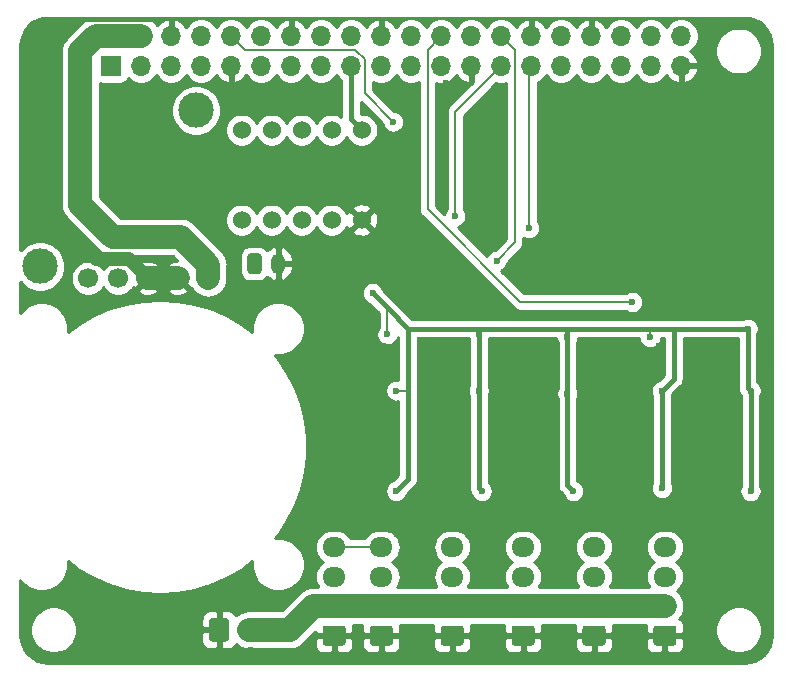
<source format=gbl>
G04 #@! TF.GenerationSoftware,KiCad,Pcbnew,(5.1.8)-1*
G04 #@! TF.CreationDate,2020-12-29T14:13:16+09:00*
G04 #@! TF.ProjectId,RasPi4-UART-RS485,52617350-6934-42d5-9541-52542d525334,rev?*
G04 #@! TF.SameCoordinates,Original*
G04 #@! TF.FileFunction,Copper,L2,Bot*
G04 #@! TF.FilePolarity,Positive*
%FSLAX46Y46*%
G04 Gerber Fmt 4.6, Leading zero omitted, Abs format (unit mm)*
G04 Created by KiCad (PCBNEW (5.1.8)-1) date 2020-12-29 14:13:16*
%MOMM*%
%LPD*%
G01*
G04 APERTURE LIST*
G04 #@! TA.AperFunction,ComponentPad*
%ADD10C,1.524000*%
G04 #@! TD*
G04 #@! TA.AperFunction,ComponentPad*
%ADD11O,1.200000X1.750000*%
G04 #@! TD*
G04 #@! TA.AperFunction,ComponentPad*
%ADD12C,1.700000*%
G04 #@! TD*
G04 #@! TA.AperFunction,ComponentPad*
%ADD13C,3.000000*%
G04 #@! TD*
G04 #@! TA.AperFunction,ComponentPad*
%ADD14O,1.950000X1.700000*%
G04 #@! TD*
G04 #@! TA.AperFunction,ComponentPad*
%ADD15R,1.700000X1.700000*%
G04 #@! TD*
G04 #@! TA.AperFunction,ComponentPad*
%ADD16O,1.700000X1.700000*%
G04 #@! TD*
G04 #@! TA.AperFunction,ComponentPad*
%ADD17O,1.700000X2.000000*%
G04 #@! TD*
G04 #@! TA.AperFunction,ViaPad*
%ADD18C,0.600000*%
G04 #@! TD*
G04 #@! TA.AperFunction,Conductor*
%ADD19C,0.400000*%
G04 #@! TD*
G04 #@! TA.AperFunction,Conductor*
%ADD20C,0.200000*%
G04 #@! TD*
G04 #@! TA.AperFunction,Conductor*
%ADD21C,2.000000*%
G04 #@! TD*
G04 #@! TA.AperFunction,Conductor*
%ADD22C,1.200000*%
G04 #@! TD*
G04 #@! TA.AperFunction,Conductor*
%ADD23C,0.254000*%
G04 #@! TD*
G04 #@! TA.AperFunction,Conductor*
%ADD24C,0.152400*%
G04 #@! TD*
G04 APERTURE END LIST*
D10*
X229580000Y-111810000D03*
X227040000Y-111810000D03*
X224500000Y-111810000D03*
X221960000Y-111810000D03*
X219420000Y-111810000D03*
X219420000Y-104190000D03*
X221960000Y-104190000D03*
X224500000Y-104190000D03*
X227040000Y-104190000D03*
X229580000Y-104190000D03*
D11*
X222500000Y-115500000D03*
G04 #@! TA.AperFunction,ComponentPad*
G36*
G01*
X219900000Y-116125001D02*
X219900000Y-114874999D01*
G75*
G02*
X220149999Y-114625000I249999J0D01*
G01*
X220850001Y-114625000D01*
G75*
G02*
X221100000Y-114874999I0J-249999D01*
G01*
X221100000Y-116125001D01*
G75*
G02*
X220850001Y-116375000I-249999J0D01*
G01*
X220149999Y-116375000D01*
G75*
G02*
X219900000Y-116125001I0J249999D01*
G01*
G37*
G04 #@! TD.AperFunction*
D12*
X206420000Y-116750000D03*
X208960000Y-116750000D03*
X211500000Y-116750000D03*
X214040000Y-116750000D03*
X216580000Y-116750000D03*
D13*
X202356000Y-115734000D03*
X215564000Y-102526000D03*
D14*
X231250000Y-139500000D03*
X231250000Y-142000000D03*
X231250000Y-144500000D03*
G04 #@! TA.AperFunction,ComponentPad*
G36*
G01*
X231975000Y-147850000D02*
X230525000Y-147850000D01*
G75*
G02*
X230275000Y-147600000I0J250000D01*
G01*
X230275000Y-146400000D01*
G75*
G02*
X230525000Y-146150000I250000J0D01*
G01*
X231975000Y-146150000D01*
G75*
G02*
X232225000Y-146400000I0J-250000D01*
G01*
X232225000Y-147600000D01*
G75*
G02*
X231975000Y-147850000I-250000J0D01*
G01*
G37*
G04 #@! TD.AperFunction*
X255250000Y-139500000D03*
X255250000Y-142000000D03*
X255250000Y-144500000D03*
G04 #@! TA.AperFunction,ComponentPad*
G36*
G01*
X255975000Y-147850000D02*
X254525000Y-147850000D01*
G75*
G02*
X254275000Y-147600000I0J250000D01*
G01*
X254275000Y-146400000D01*
G75*
G02*
X254525000Y-146150000I250000J0D01*
G01*
X255975000Y-146150000D01*
G75*
G02*
X256225000Y-146400000I0J-250000D01*
G01*
X256225000Y-147600000D01*
G75*
G02*
X255975000Y-147850000I-250000J0D01*
G01*
G37*
G04 #@! TD.AperFunction*
X249250000Y-139500000D03*
X249250000Y-142000000D03*
X249250000Y-144500000D03*
G04 #@! TA.AperFunction,ComponentPad*
G36*
G01*
X249975000Y-147850000D02*
X248525000Y-147850000D01*
G75*
G02*
X248275000Y-147600000I0J250000D01*
G01*
X248275000Y-146400000D01*
G75*
G02*
X248525000Y-146150000I250000J0D01*
G01*
X249975000Y-146150000D01*
G75*
G02*
X250225000Y-146400000I0J-250000D01*
G01*
X250225000Y-147600000D01*
G75*
G02*
X249975000Y-147850000I-250000J0D01*
G01*
G37*
G04 #@! TD.AperFunction*
X243250000Y-139500000D03*
X243250000Y-142000000D03*
X243250000Y-144500000D03*
G04 #@! TA.AperFunction,ComponentPad*
G36*
G01*
X243975000Y-147850000D02*
X242525000Y-147850000D01*
G75*
G02*
X242275000Y-147600000I0J250000D01*
G01*
X242275000Y-146400000D01*
G75*
G02*
X242525000Y-146150000I250000J0D01*
G01*
X243975000Y-146150000D01*
G75*
G02*
X244225000Y-146400000I0J-250000D01*
G01*
X244225000Y-147600000D01*
G75*
G02*
X243975000Y-147850000I-250000J0D01*
G01*
G37*
G04 #@! TD.AperFunction*
X237250000Y-139500000D03*
X237250000Y-142000000D03*
X237250000Y-144500000D03*
G04 #@! TA.AperFunction,ComponentPad*
G36*
G01*
X237975000Y-147850000D02*
X236525000Y-147850000D01*
G75*
G02*
X236275000Y-147600000I0J250000D01*
G01*
X236275000Y-146400000D01*
G75*
G02*
X236525000Y-146150000I250000J0D01*
G01*
X237975000Y-146150000D01*
G75*
G02*
X238225000Y-146400000I0J-250000D01*
G01*
X238225000Y-147600000D01*
G75*
G02*
X237975000Y-147850000I-250000J0D01*
G01*
G37*
G04 #@! TD.AperFunction*
X227250000Y-139500000D03*
X227250000Y-142000000D03*
X227250000Y-144500000D03*
G04 #@! TA.AperFunction,ComponentPad*
G36*
G01*
X227975000Y-147850000D02*
X226525000Y-147850000D01*
G75*
G02*
X226275000Y-147600000I0J250000D01*
G01*
X226275000Y-146400000D01*
G75*
G02*
X226525000Y-146150000I250000J0D01*
G01*
X227975000Y-146150000D01*
G75*
G02*
X228225000Y-146400000I0J-250000D01*
G01*
X228225000Y-147600000D01*
G75*
G02*
X227975000Y-147850000I-250000J0D01*
G01*
G37*
G04 #@! TD.AperFunction*
D15*
X208370000Y-98770000D03*
D16*
X208370000Y-96230000D03*
X210910000Y-98770000D03*
X210910000Y-96230000D03*
X213450000Y-98770000D03*
X213450000Y-96230000D03*
X215990000Y-98770000D03*
X215990000Y-96230000D03*
X218530000Y-98770000D03*
X218530000Y-96230000D03*
X221070000Y-98770000D03*
X221070000Y-96230000D03*
X223610000Y-98770000D03*
X223610000Y-96230000D03*
X226150000Y-98770000D03*
X226150000Y-96230000D03*
X228690000Y-98770000D03*
X228690000Y-96230000D03*
X231230000Y-98770000D03*
X231230000Y-96230000D03*
X233770000Y-98770000D03*
X233770000Y-96230000D03*
X236310000Y-98770000D03*
X236310000Y-96230000D03*
X238850000Y-98770000D03*
X238850000Y-96230000D03*
X241390000Y-98770000D03*
X241390000Y-96230000D03*
X243930000Y-98770000D03*
X243930000Y-96230000D03*
X246470000Y-98770000D03*
X246470000Y-96230000D03*
X249010000Y-98770000D03*
X249010000Y-96230000D03*
X251550000Y-98770000D03*
X251550000Y-96230000D03*
X254090000Y-98770000D03*
X254090000Y-96230000D03*
X256630000Y-98770000D03*
X256630000Y-96230000D03*
G04 #@! TA.AperFunction,ComponentPad*
G36*
G01*
X216650000Y-147250000D02*
X216650000Y-145750000D01*
G75*
G02*
X216900000Y-145500000I250000J0D01*
G01*
X218100000Y-145500000D01*
G75*
G02*
X218350000Y-145750000I0J-250000D01*
G01*
X218350000Y-147250000D01*
G75*
G02*
X218100000Y-147500000I-250000J0D01*
G01*
X216900000Y-147500000D01*
G75*
G02*
X216650000Y-147250000I0J250000D01*
G01*
G37*
G04 #@! TD.AperFunction*
D17*
X220000000Y-146500000D03*
D18*
X230500000Y-118000000D03*
X262250000Y-121000000D03*
X262500000Y-126250000D03*
X262500000Y-134750000D03*
X255000000Y-126250000D03*
X255000000Y-134500000D03*
X247000000Y-126500000D03*
X247500000Y-134750000D03*
X239500000Y-126250000D03*
X239750000Y-134750000D03*
X232500000Y-134750000D03*
X232500000Y-126250000D03*
X254000000Y-121750000D03*
X247000000Y-121750000D03*
X239500000Y-121500000D03*
X231750000Y-121500000D03*
X234500000Y-122000000D03*
X235500000Y-122000000D03*
X233500000Y-105000000D03*
X233500000Y-107000000D03*
X233500000Y-108750000D03*
X233500000Y-110250000D03*
X233500000Y-112000000D03*
X233500000Y-114000000D03*
X233500000Y-115750000D03*
X233500000Y-117500000D03*
X240750000Y-100750000D03*
X240750000Y-102750000D03*
X238500000Y-106000000D03*
X241500000Y-109250000D03*
X239000000Y-111000000D03*
X240750000Y-113500000D03*
X259000000Y-111750000D03*
X259000000Y-118750000D03*
X252500000Y-105500000D03*
X247250000Y-100500000D03*
X263500000Y-100250000D03*
X263500000Y-102750000D03*
X263500000Y-105250000D03*
X263500000Y-107500000D03*
X263500000Y-110000000D03*
X229250000Y-118500000D03*
X226500000Y-118500000D03*
X226500000Y-116250000D03*
X248000000Y-122750000D03*
X240500000Y-122750000D03*
X231500000Y-122500000D03*
X254750000Y-122500000D03*
X263250000Y-122750000D03*
X261250000Y-130250000D03*
X258000000Y-130250000D03*
X253750000Y-130250000D03*
X250250000Y-130250000D03*
X245750000Y-130250000D03*
X242750000Y-130250000D03*
X238250000Y-130250000D03*
X235000000Y-130250000D03*
X201500000Y-97000000D03*
X201500000Y-99750000D03*
X201500000Y-102750000D03*
X201500000Y-105750000D03*
X201500000Y-108750000D03*
X201500000Y-111500000D03*
X201500000Y-113500000D03*
X201250000Y-118500000D03*
X205250000Y-120500000D03*
X207750000Y-102000000D03*
X207750000Y-105000000D03*
X207750000Y-107750000D03*
X209250000Y-111250000D03*
X213250000Y-111250000D03*
X216250000Y-111750000D03*
X218000000Y-113750000D03*
X264000000Y-135500000D03*
X264000000Y-137750000D03*
X264000000Y-140000000D03*
X264000000Y-142250000D03*
X264000000Y-144500000D03*
X230750000Y-116750000D03*
X229500000Y-115500000D03*
X230750000Y-113000000D03*
X230750000Y-105250000D03*
X228250000Y-109000000D03*
X230500000Y-110250000D03*
X232500000Y-100000000D03*
X231750000Y-100500000D03*
X234250000Y-100500000D03*
X233000000Y-142500000D03*
X235500000Y-142500000D03*
X239000000Y-142500000D03*
X241500000Y-142500000D03*
X245000000Y-142500000D03*
X247500000Y-142500000D03*
X251000000Y-142500000D03*
X253500000Y-142500000D03*
X227000000Y-126500000D03*
X234750000Y-126500000D03*
X242250000Y-126500000D03*
X249750000Y-126500000D03*
X257250000Y-126500000D03*
X264250000Y-127500000D03*
X264250000Y-131000000D03*
X228250000Y-138000000D03*
X227000000Y-137750000D03*
X219500000Y-149250000D03*
X220250000Y-148250000D03*
X216000000Y-145500000D03*
X212500000Y-149250000D03*
X201000000Y-143000000D03*
X205000000Y-141250000D03*
X220000000Y-141250000D03*
X224000000Y-143000000D03*
X205250000Y-149000000D03*
X250750000Y-122250000D03*
X249500000Y-122000000D03*
X249500000Y-117750000D03*
X251500000Y-117750000D03*
X236750000Y-100250000D03*
X236500000Y-111000000D03*
X232250000Y-103500000D03*
X252500000Y-118750000D03*
X237500000Y-111500000D03*
X241000000Y-115250000D03*
X243750000Y-112500000D03*
D19*
X228690000Y-103300000D02*
X229580000Y-104190000D01*
X228690000Y-98770000D02*
X228690000Y-103300000D01*
D20*
X262250000Y-126000000D02*
X262500000Y-126250000D01*
D19*
X262250000Y-121000000D02*
X262250000Y-126000000D01*
X262500000Y-126250000D02*
X262500000Y-134750000D01*
X256000000Y-125250000D02*
X255000000Y-126250000D01*
X256000000Y-121000000D02*
X256000000Y-125250000D01*
X256000000Y-121000000D02*
X262250000Y-121000000D01*
X255000000Y-126250000D02*
X255000000Y-134500000D01*
X247000000Y-126500000D02*
X247000000Y-134250000D01*
X247000000Y-134250000D02*
X247500000Y-134750000D01*
X233500000Y-121000000D02*
X239500000Y-121000000D01*
X239500000Y-121000000D02*
X247000000Y-121000000D01*
X239500000Y-134500000D02*
X239750000Y-134750000D01*
X239500000Y-126250000D02*
X239500000Y-134500000D01*
X233500000Y-133750000D02*
X232500000Y-134750000D01*
D20*
X232500000Y-126250000D02*
X233500000Y-126250000D01*
D19*
X233500000Y-126250000D02*
X233500000Y-133750000D01*
X233500000Y-121000000D02*
X233500000Y-126250000D01*
D20*
X254000000Y-121750000D02*
X254000000Y-121000000D01*
D19*
X254000000Y-121000000D02*
X256000000Y-121000000D01*
X247000000Y-121000000D02*
X254000000Y-121000000D01*
X247000000Y-121750000D02*
X247000000Y-126500000D01*
X247000000Y-121000000D02*
X247000000Y-121750000D01*
X239500000Y-121500000D02*
X239500000Y-126250000D01*
X239500000Y-121000000D02*
X239500000Y-121500000D01*
D20*
X231750000Y-119500000D02*
X231875000Y-119375000D01*
X231750000Y-121500000D02*
X231750000Y-119500000D01*
D19*
X231875000Y-119375000D02*
X233500000Y-121000000D01*
X230500000Y-118000000D02*
X231875000Y-119375000D01*
D21*
X210910000Y-96230000D02*
X208370000Y-96230000D01*
X214250000Y-113250000D02*
X216580000Y-115580000D01*
X216580000Y-115580000D02*
X216580000Y-116750000D01*
X208500000Y-113250000D02*
X214250000Y-113250000D01*
X205750000Y-110500000D02*
X208500000Y-113250000D01*
X205750000Y-97529998D02*
X205750000Y-110500000D01*
X207049998Y-96230000D02*
X205750000Y-97529998D01*
X208370000Y-96230000D02*
X207049998Y-96230000D01*
X214040000Y-116750000D02*
X211500000Y-116750000D01*
D22*
X209849999Y-115099999D02*
X207099999Y-115099999D01*
X211500000Y-116750000D02*
X209849999Y-115099999D01*
D19*
X206000000Y-94750000D02*
X212000000Y-94750000D01*
D21*
X255250000Y-144500000D02*
X249250000Y-144500000D01*
X249250000Y-144500000D02*
X243250000Y-144500000D01*
X243250000Y-144500000D02*
X237250000Y-144500000D01*
X237250000Y-144500000D02*
X231250000Y-144500000D01*
X231250000Y-144500000D02*
X227250000Y-144500000D01*
X220000000Y-146500000D02*
X223500000Y-146500000D01*
X225500000Y-144500000D02*
X227250000Y-144500000D01*
X223500000Y-146500000D02*
X225500000Y-144500000D01*
D20*
X227250000Y-139500000D02*
X231250000Y-139500000D01*
X219680001Y-97380001D02*
X218530000Y-96230000D01*
X229002003Y-97380001D02*
X219680001Y-97380001D01*
X229840001Y-98217999D02*
X229002003Y-97380001D01*
X229840001Y-101090001D02*
X229840001Y-98217999D01*
X232250000Y-103500000D02*
X229840001Y-101090001D01*
X235159999Y-97380001D02*
X235159999Y-110909999D01*
X236310000Y-96230000D02*
X235159999Y-97380001D01*
X243000000Y-118750000D02*
X252500000Y-118750000D01*
X235159999Y-110909999D02*
X243000000Y-118750000D01*
X237500000Y-102660000D02*
X241390000Y-98770000D01*
X237500000Y-111500000D02*
X237500000Y-102660000D01*
X242540001Y-97380001D02*
X241390000Y-96230000D01*
X242540001Y-113709999D02*
X242540001Y-97380001D01*
X241000000Y-115250000D02*
X242540001Y-113709999D01*
X243750000Y-98950000D02*
X243930000Y-98770000D01*
X243750000Y-112500000D02*
X243750000Y-98950000D01*
D23*
X206509265Y-94685459D02*
X206421283Y-94712148D01*
X206137246Y-94863969D01*
X205888284Y-95068286D01*
X205837077Y-95130682D01*
X204650686Y-96317074D01*
X204588286Y-96368284D01*
X204383969Y-96617247D01*
X204232148Y-96901284D01*
X204138657Y-97209483D01*
X204116649Y-97432939D01*
X204107089Y-97529998D01*
X204115000Y-97610317D01*
X204115001Y-110419671D01*
X204107089Y-110500000D01*
X204138658Y-110820516D01*
X204232148Y-111128714D01*
X204345109Y-111340048D01*
X204383970Y-111412752D01*
X204588287Y-111661714D01*
X204650682Y-111712920D01*
X207287080Y-114349319D01*
X207338286Y-114411714D01*
X207587248Y-114616031D01*
X207871285Y-114767852D01*
X208179484Y-114861343D01*
X208419678Y-114885000D01*
X208419680Y-114885000D01*
X208499999Y-114892911D01*
X208580319Y-114885000D01*
X213572762Y-114885000D01*
X213950232Y-115262471D01*
X213681981Y-115301401D01*
X213406253Y-115399081D01*
X213268843Y-115472528D01*
X213191208Y-115721603D01*
X214040000Y-116570395D01*
X214054143Y-116556253D01*
X214233748Y-116735858D01*
X214219605Y-116750000D01*
X215068397Y-117598792D01*
X215163875Y-117569032D01*
X215213970Y-117662752D01*
X215418287Y-117911714D01*
X215667249Y-118116031D01*
X215951286Y-118267852D01*
X216259485Y-118361343D01*
X216580000Y-118392911D01*
X216900516Y-118361343D01*
X217208715Y-118267852D01*
X217492752Y-118116031D01*
X217741714Y-117911714D01*
X217744835Y-117907911D01*
X229565000Y-117907911D01*
X229565000Y-118092089D01*
X229600932Y-118272729D01*
X229671414Y-118442889D01*
X229773738Y-118596028D01*
X229903972Y-118726262D01*
X230057111Y-118828586D01*
X230211787Y-118892654D01*
X231015001Y-119695869D01*
X231015000Y-120917049D01*
X230921414Y-121057111D01*
X230850932Y-121227271D01*
X230815000Y-121407911D01*
X230815000Y-121592089D01*
X230850932Y-121772729D01*
X230921414Y-121942889D01*
X231023738Y-122096028D01*
X231153972Y-122226262D01*
X231307111Y-122328586D01*
X231477271Y-122399068D01*
X231657911Y-122435000D01*
X231842089Y-122435000D01*
X232022729Y-122399068D01*
X232192889Y-122328586D01*
X232346028Y-122226262D01*
X232476262Y-122096028D01*
X232578586Y-121942889D01*
X232649068Y-121772729D01*
X232665000Y-121692634D01*
X232665001Y-125329503D01*
X232592089Y-125315000D01*
X232407911Y-125315000D01*
X232227271Y-125350932D01*
X232057111Y-125421414D01*
X231903972Y-125523738D01*
X231773738Y-125653972D01*
X231671414Y-125807111D01*
X231600932Y-125977271D01*
X231565000Y-126157911D01*
X231565000Y-126342089D01*
X231600932Y-126522729D01*
X231671414Y-126692889D01*
X231773738Y-126846028D01*
X231903972Y-126976262D01*
X232057111Y-127078586D01*
X232227271Y-127149068D01*
X232407911Y-127185000D01*
X232592089Y-127185000D01*
X232665000Y-127170497D01*
X232665001Y-133404131D01*
X232211787Y-133857346D01*
X232057111Y-133921414D01*
X231903972Y-134023738D01*
X231773738Y-134153972D01*
X231671414Y-134307111D01*
X231600932Y-134477271D01*
X231565000Y-134657911D01*
X231565000Y-134842089D01*
X231600932Y-135022729D01*
X231671414Y-135192889D01*
X231773738Y-135346028D01*
X231903972Y-135476262D01*
X232057111Y-135578586D01*
X232227271Y-135649068D01*
X232407911Y-135685000D01*
X232592089Y-135685000D01*
X232772729Y-135649068D01*
X232942889Y-135578586D01*
X233096028Y-135476262D01*
X233226262Y-135346028D01*
X233328586Y-135192889D01*
X233392654Y-135038213D01*
X234061432Y-134369437D01*
X234093291Y-134343291D01*
X234136190Y-134291019D01*
X234145251Y-134279977D01*
X234197636Y-134216146D01*
X234275172Y-134071087D01*
X234322918Y-133913689D01*
X234335000Y-133791019D01*
X234335000Y-133791018D01*
X234339040Y-133750000D01*
X234335000Y-133708982D01*
X234335000Y-121835000D01*
X238626725Y-121835000D01*
X238665000Y-121927404D01*
X238665001Y-125822594D01*
X238600932Y-125977271D01*
X238565000Y-126157911D01*
X238565000Y-126342089D01*
X238600932Y-126522729D01*
X238665000Y-126677404D01*
X238665001Y-134458971D01*
X238660960Y-134500000D01*
X238677082Y-134663688D01*
X238724828Y-134821086D01*
X238792471Y-134947636D01*
X238802365Y-134966146D01*
X238853103Y-135027971D01*
X238921414Y-135192889D01*
X239023738Y-135346028D01*
X239153972Y-135476262D01*
X239307111Y-135578586D01*
X239477271Y-135649068D01*
X239657911Y-135685000D01*
X239842089Y-135685000D01*
X240022729Y-135649068D01*
X240192889Y-135578586D01*
X240346028Y-135476262D01*
X240476262Y-135346028D01*
X240578586Y-135192889D01*
X240649068Y-135022729D01*
X240685000Y-134842089D01*
X240685000Y-134657911D01*
X240649068Y-134477271D01*
X240578586Y-134307111D01*
X240476262Y-134153972D01*
X240346028Y-134023738D01*
X240335000Y-134016369D01*
X240335000Y-126677404D01*
X240399068Y-126522729D01*
X240435000Y-126342089D01*
X240435000Y-126157911D01*
X240399068Y-125977271D01*
X240335000Y-125822596D01*
X240335000Y-121927404D01*
X240373275Y-121835000D01*
X246065000Y-121835000D01*
X246065000Y-121842089D01*
X246100932Y-122022729D01*
X246165000Y-122177404D01*
X246165001Y-126072594D01*
X246100932Y-126227271D01*
X246065000Y-126407911D01*
X246065000Y-126592089D01*
X246100932Y-126772729D01*
X246165000Y-126927404D01*
X246165001Y-134208971D01*
X246160960Y-134250000D01*
X246177082Y-134413688D01*
X246224828Y-134571086D01*
X246274325Y-134663688D01*
X246302365Y-134716146D01*
X246406710Y-134843291D01*
X246438574Y-134869441D01*
X246607346Y-135038213D01*
X246671414Y-135192889D01*
X246773738Y-135346028D01*
X246903972Y-135476262D01*
X247057111Y-135578586D01*
X247227271Y-135649068D01*
X247407911Y-135685000D01*
X247592089Y-135685000D01*
X247772729Y-135649068D01*
X247942889Y-135578586D01*
X248096028Y-135476262D01*
X248226262Y-135346028D01*
X248328586Y-135192889D01*
X248399068Y-135022729D01*
X248435000Y-134842089D01*
X248435000Y-134657911D01*
X248399068Y-134477271D01*
X248328586Y-134307111D01*
X248226262Y-134153972D01*
X248096028Y-134023738D01*
X247942889Y-133921414D01*
X247835000Y-133876725D01*
X247835000Y-126927404D01*
X247899068Y-126772729D01*
X247935000Y-126592089D01*
X247935000Y-126407911D01*
X247899068Y-126227271D01*
X247835000Y-126072596D01*
X247835000Y-122177404D01*
X247899068Y-122022729D01*
X247935000Y-121842089D01*
X247935000Y-121835000D01*
X253065000Y-121835000D01*
X253065000Y-121842089D01*
X253100932Y-122022729D01*
X253171414Y-122192889D01*
X253273738Y-122346028D01*
X253403972Y-122476262D01*
X253557111Y-122578586D01*
X253727271Y-122649068D01*
X253907911Y-122685000D01*
X254092089Y-122685000D01*
X254272729Y-122649068D01*
X254442889Y-122578586D01*
X254596028Y-122476262D01*
X254726262Y-122346028D01*
X254828586Y-122192889D01*
X254899068Y-122022729D01*
X254935000Y-121842089D01*
X254935000Y-121835000D01*
X255165000Y-121835000D01*
X255165001Y-124904131D01*
X254711787Y-125357346D01*
X254557111Y-125421414D01*
X254403972Y-125523738D01*
X254273738Y-125653972D01*
X254171414Y-125807111D01*
X254100932Y-125977271D01*
X254065000Y-126157911D01*
X254065000Y-126342089D01*
X254100932Y-126522729D01*
X254165000Y-126677404D01*
X254165001Y-134072594D01*
X254100932Y-134227271D01*
X254065000Y-134407911D01*
X254065000Y-134592089D01*
X254100932Y-134772729D01*
X254171414Y-134942889D01*
X254273738Y-135096028D01*
X254403972Y-135226262D01*
X254557111Y-135328586D01*
X254727271Y-135399068D01*
X254907911Y-135435000D01*
X255092089Y-135435000D01*
X255272729Y-135399068D01*
X255442889Y-135328586D01*
X255596028Y-135226262D01*
X255726262Y-135096028D01*
X255828586Y-134942889D01*
X255899068Y-134772729D01*
X255935000Y-134592089D01*
X255935000Y-134407911D01*
X255899068Y-134227271D01*
X255835000Y-134072596D01*
X255835000Y-126677404D01*
X255892654Y-126538213D01*
X256561432Y-125869437D01*
X256593291Y-125843291D01*
X256697636Y-125716146D01*
X256775172Y-125571087D01*
X256822918Y-125413689D01*
X256835000Y-125291019D01*
X256835000Y-125291018D01*
X256839040Y-125250000D01*
X256835000Y-125208982D01*
X256835000Y-121835000D01*
X261415000Y-121835000D01*
X261415001Y-126041019D01*
X261427083Y-126163689D01*
X261474829Y-126321087D01*
X261552365Y-126466146D01*
X261603103Y-126527971D01*
X261665000Y-126677404D01*
X261665001Y-134322594D01*
X261600932Y-134477271D01*
X261565000Y-134657911D01*
X261565000Y-134842089D01*
X261600932Y-135022729D01*
X261671414Y-135192889D01*
X261773738Y-135346028D01*
X261903972Y-135476262D01*
X262057111Y-135578586D01*
X262227271Y-135649068D01*
X262407911Y-135685000D01*
X262592089Y-135685000D01*
X262772729Y-135649068D01*
X262942889Y-135578586D01*
X263096028Y-135476262D01*
X263226262Y-135346028D01*
X263328586Y-135192889D01*
X263399068Y-135022729D01*
X263435000Y-134842089D01*
X263435000Y-134657911D01*
X263399068Y-134477271D01*
X263335000Y-134322596D01*
X263335000Y-126677404D01*
X263399068Y-126522729D01*
X263435000Y-126342089D01*
X263435000Y-126157911D01*
X263399068Y-125977271D01*
X263328586Y-125807111D01*
X263226262Y-125653972D01*
X263096028Y-125523738D01*
X263085000Y-125516369D01*
X263085000Y-121427404D01*
X263149068Y-121272729D01*
X263185000Y-121092089D01*
X263185000Y-120907911D01*
X263149068Y-120727271D01*
X263078586Y-120557111D01*
X262976262Y-120403972D01*
X262846028Y-120273738D01*
X262692889Y-120171414D01*
X262522729Y-120100932D01*
X262342089Y-120065000D01*
X262157911Y-120065000D01*
X261977271Y-120100932D01*
X261822596Y-120165000D01*
X256041018Y-120165000D01*
X256000000Y-120160960D01*
X255958981Y-120165000D01*
X247041018Y-120165000D01*
X247000000Y-120160960D01*
X246958981Y-120165000D01*
X239541018Y-120165000D01*
X239500000Y-120160960D01*
X239458981Y-120165000D01*
X233845868Y-120165000D01*
X232494448Y-118813581D01*
X232494439Y-118813570D01*
X231392654Y-117711787D01*
X231328586Y-117557111D01*
X231226262Y-117403972D01*
X231096028Y-117273738D01*
X230942889Y-117171414D01*
X230772729Y-117100932D01*
X230592089Y-117065000D01*
X230407911Y-117065000D01*
X230227271Y-117100932D01*
X230057111Y-117171414D01*
X229903972Y-117273738D01*
X229773738Y-117403972D01*
X229671414Y-117557111D01*
X229600932Y-117727271D01*
X229565000Y-117907911D01*
X217744835Y-117907911D01*
X217946031Y-117662752D01*
X218097852Y-117378715D01*
X218191343Y-117070516D01*
X218215000Y-116830322D01*
X218215000Y-115660319D01*
X218222911Y-115580000D01*
X218191343Y-115259483D01*
X218097852Y-114951285D01*
X218057077Y-114874999D01*
X219261928Y-114874999D01*
X219261928Y-116125001D01*
X219278992Y-116298255D01*
X219329528Y-116464851D01*
X219411595Y-116618387D01*
X219522038Y-116752962D01*
X219656613Y-116863405D01*
X219810149Y-116945472D01*
X219976745Y-116996008D01*
X220149999Y-117013072D01*
X220850001Y-117013072D01*
X221023255Y-116996008D01*
X221189851Y-116945472D01*
X221343387Y-116863405D01*
X221477962Y-116752962D01*
X221588405Y-116618387D01*
X221590967Y-116613594D01*
X221716526Y-116738078D01*
X221919467Y-116872421D01*
X222144718Y-116964591D01*
X222182391Y-116968462D01*
X222373000Y-116843731D01*
X222373000Y-115627000D01*
X222627000Y-115627000D01*
X222627000Y-116843731D01*
X222817609Y-116968462D01*
X222855282Y-116964591D01*
X223080533Y-116872421D01*
X223283474Y-116738078D01*
X223456307Y-116566725D01*
X223592390Y-116364946D01*
X223686493Y-116140496D01*
X223735000Y-115902000D01*
X223735000Y-115627000D01*
X222627000Y-115627000D01*
X222373000Y-115627000D01*
X222353000Y-115627000D01*
X222353000Y-115373000D01*
X222373000Y-115373000D01*
X222373000Y-114156269D01*
X222627000Y-114156269D01*
X222627000Y-115373000D01*
X223735000Y-115373000D01*
X223735000Y-115098000D01*
X223686493Y-114859504D01*
X223592390Y-114635054D01*
X223456307Y-114433275D01*
X223283474Y-114261922D01*
X223080533Y-114127579D01*
X222855282Y-114035409D01*
X222817609Y-114031538D01*
X222627000Y-114156269D01*
X222373000Y-114156269D01*
X222182391Y-114031538D01*
X222144718Y-114035409D01*
X221919467Y-114127579D01*
X221716526Y-114261922D01*
X221590967Y-114386406D01*
X221588405Y-114381613D01*
X221477962Y-114247038D01*
X221343387Y-114136595D01*
X221189851Y-114054528D01*
X221023255Y-114003992D01*
X220850001Y-113986928D01*
X220149999Y-113986928D01*
X219976745Y-114003992D01*
X219810149Y-114054528D01*
X219656613Y-114136595D01*
X219522038Y-114247038D01*
X219411595Y-114381613D01*
X219329528Y-114535149D01*
X219278992Y-114701745D01*
X219261928Y-114874999D01*
X218057077Y-114874999D01*
X217999804Y-114767851D01*
X217946031Y-114667248D01*
X217741714Y-114418286D01*
X217679325Y-114367085D01*
X215462924Y-112150686D01*
X215411714Y-112088286D01*
X215162752Y-111883969D01*
X214878715Y-111732148D01*
X214681779Y-111672408D01*
X218023000Y-111672408D01*
X218023000Y-111947592D01*
X218076686Y-112217490D01*
X218181995Y-112471727D01*
X218334880Y-112700535D01*
X218529465Y-112895120D01*
X218758273Y-113048005D01*
X219012510Y-113153314D01*
X219282408Y-113207000D01*
X219557592Y-113207000D01*
X219827490Y-113153314D01*
X220081727Y-113048005D01*
X220310535Y-112895120D01*
X220505120Y-112700535D01*
X220658005Y-112471727D01*
X220690000Y-112394485D01*
X220721995Y-112471727D01*
X220874880Y-112700535D01*
X221069465Y-112895120D01*
X221298273Y-113048005D01*
X221552510Y-113153314D01*
X221822408Y-113207000D01*
X222097592Y-113207000D01*
X222367490Y-113153314D01*
X222621727Y-113048005D01*
X222850535Y-112895120D01*
X223045120Y-112700535D01*
X223198005Y-112471727D01*
X223230000Y-112394485D01*
X223261995Y-112471727D01*
X223414880Y-112700535D01*
X223609465Y-112895120D01*
X223838273Y-113048005D01*
X224092510Y-113153314D01*
X224362408Y-113207000D01*
X224637592Y-113207000D01*
X224907490Y-113153314D01*
X225161727Y-113048005D01*
X225390535Y-112895120D01*
X225585120Y-112700535D01*
X225738005Y-112471727D01*
X225770000Y-112394485D01*
X225801995Y-112471727D01*
X225954880Y-112700535D01*
X226149465Y-112895120D01*
X226378273Y-113048005D01*
X226632510Y-113153314D01*
X226902408Y-113207000D01*
X227177592Y-113207000D01*
X227447490Y-113153314D01*
X227701727Y-113048005D01*
X227930535Y-112895120D01*
X228050090Y-112775565D01*
X228794040Y-112775565D01*
X228861020Y-113015656D01*
X229110048Y-113132756D01*
X229377135Y-113199023D01*
X229652017Y-113211910D01*
X229924133Y-113170922D01*
X230183023Y-113077636D01*
X230298980Y-113015656D01*
X230365960Y-112775565D01*
X229580000Y-111989605D01*
X228794040Y-112775565D01*
X228050090Y-112775565D01*
X228125120Y-112700535D01*
X228278005Y-112471727D01*
X228307692Y-112400057D01*
X228312364Y-112413023D01*
X228374344Y-112528980D01*
X228614435Y-112595960D01*
X229400395Y-111810000D01*
X229759605Y-111810000D01*
X230545565Y-112595960D01*
X230785656Y-112528980D01*
X230902756Y-112279952D01*
X230969023Y-112012865D01*
X230981910Y-111737983D01*
X230940922Y-111465867D01*
X230847636Y-111206977D01*
X230785656Y-111091020D01*
X230545565Y-111024040D01*
X229759605Y-111810000D01*
X229400395Y-111810000D01*
X228614435Y-111024040D01*
X228374344Y-111091020D01*
X228310515Y-111226760D01*
X228278005Y-111148273D01*
X228125120Y-110919465D01*
X228050090Y-110844435D01*
X228794040Y-110844435D01*
X229580000Y-111630395D01*
X230365960Y-110844435D01*
X230298980Y-110604344D01*
X230049952Y-110487244D01*
X229782865Y-110420977D01*
X229507983Y-110408090D01*
X229235867Y-110449078D01*
X228976977Y-110542364D01*
X228861020Y-110604344D01*
X228794040Y-110844435D01*
X228050090Y-110844435D01*
X227930535Y-110724880D01*
X227701727Y-110571995D01*
X227447490Y-110466686D01*
X227177592Y-110413000D01*
X226902408Y-110413000D01*
X226632510Y-110466686D01*
X226378273Y-110571995D01*
X226149465Y-110724880D01*
X225954880Y-110919465D01*
X225801995Y-111148273D01*
X225770000Y-111225515D01*
X225738005Y-111148273D01*
X225585120Y-110919465D01*
X225390535Y-110724880D01*
X225161727Y-110571995D01*
X224907490Y-110466686D01*
X224637592Y-110413000D01*
X224362408Y-110413000D01*
X224092510Y-110466686D01*
X223838273Y-110571995D01*
X223609465Y-110724880D01*
X223414880Y-110919465D01*
X223261995Y-111148273D01*
X223230000Y-111225515D01*
X223198005Y-111148273D01*
X223045120Y-110919465D01*
X222850535Y-110724880D01*
X222621727Y-110571995D01*
X222367490Y-110466686D01*
X222097592Y-110413000D01*
X221822408Y-110413000D01*
X221552510Y-110466686D01*
X221298273Y-110571995D01*
X221069465Y-110724880D01*
X220874880Y-110919465D01*
X220721995Y-111148273D01*
X220690000Y-111225515D01*
X220658005Y-111148273D01*
X220505120Y-110919465D01*
X220310535Y-110724880D01*
X220081727Y-110571995D01*
X219827490Y-110466686D01*
X219557592Y-110413000D01*
X219282408Y-110413000D01*
X219012510Y-110466686D01*
X218758273Y-110571995D01*
X218529465Y-110724880D01*
X218334880Y-110919465D01*
X218181995Y-111148273D01*
X218076686Y-111402510D01*
X218023000Y-111672408D01*
X214681779Y-111672408D01*
X214570516Y-111638657D01*
X214330322Y-111615000D01*
X214330319Y-111615000D01*
X214250000Y-111607089D01*
X214169681Y-111615000D01*
X209177239Y-111615000D01*
X207385000Y-109822762D01*
X207385000Y-102315721D01*
X213429000Y-102315721D01*
X213429000Y-102736279D01*
X213511047Y-103148756D01*
X213671988Y-103537302D01*
X213905637Y-103886983D01*
X214203017Y-104184363D01*
X214552698Y-104418012D01*
X214941244Y-104578953D01*
X215353721Y-104661000D01*
X215774279Y-104661000D01*
X216186756Y-104578953D01*
X216575302Y-104418012D01*
X216924983Y-104184363D01*
X217222363Y-103886983D01*
X217456012Y-103537302D01*
X217616953Y-103148756D01*
X217699000Y-102736279D01*
X217699000Y-102315721D01*
X217616953Y-101903244D01*
X217456012Y-101514698D01*
X217222363Y-101165017D01*
X216924983Y-100867637D01*
X216575302Y-100633988D01*
X216186756Y-100473047D01*
X215774279Y-100391000D01*
X215353721Y-100391000D01*
X214941244Y-100473047D01*
X214552698Y-100633988D01*
X214203017Y-100867637D01*
X213905637Y-101165017D01*
X213671988Y-101514698D01*
X213511047Y-101903244D01*
X213429000Y-102315721D01*
X207385000Y-102315721D01*
X207385000Y-100242621D01*
X207395518Y-100245812D01*
X207520000Y-100258072D01*
X209220000Y-100258072D01*
X209344482Y-100245812D01*
X209464180Y-100209502D01*
X209574494Y-100150537D01*
X209671185Y-100071185D01*
X209750537Y-99974494D01*
X209809502Y-99864180D01*
X209831513Y-99791620D01*
X209963368Y-99923475D01*
X210206589Y-100085990D01*
X210476842Y-100197932D01*
X210763740Y-100255000D01*
X211056260Y-100255000D01*
X211343158Y-100197932D01*
X211613411Y-100085990D01*
X211856632Y-99923475D01*
X212063475Y-99716632D01*
X212180000Y-99542240D01*
X212296525Y-99716632D01*
X212503368Y-99923475D01*
X212746589Y-100085990D01*
X213016842Y-100197932D01*
X213303740Y-100255000D01*
X213596260Y-100255000D01*
X213883158Y-100197932D01*
X214153411Y-100085990D01*
X214396632Y-99923475D01*
X214603475Y-99716632D01*
X214720000Y-99542240D01*
X214836525Y-99716632D01*
X215043368Y-99923475D01*
X215286589Y-100085990D01*
X215556842Y-100197932D01*
X215843740Y-100255000D01*
X216136260Y-100255000D01*
X216423158Y-100197932D01*
X216693411Y-100085990D01*
X216936632Y-99923475D01*
X217143475Y-99716632D01*
X217265195Y-99534466D01*
X217334822Y-99651355D01*
X217529731Y-99867588D01*
X217763080Y-100041641D01*
X218025901Y-100166825D01*
X218173110Y-100211476D01*
X218403000Y-100090155D01*
X218403000Y-98897000D01*
X218383000Y-98897000D01*
X218383000Y-98643000D01*
X218403000Y-98643000D01*
X218403000Y-98623000D01*
X218657000Y-98623000D01*
X218657000Y-98643000D01*
X218677000Y-98643000D01*
X218677000Y-98897000D01*
X218657000Y-98897000D01*
X218657000Y-100090155D01*
X218886890Y-100211476D01*
X219034099Y-100166825D01*
X219296920Y-100041641D01*
X219530269Y-99867588D01*
X219725178Y-99651355D01*
X219794805Y-99534466D01*
X219916525Y-99716632D01*
X220123368Y-99923475D01*
X220366589Y-100085990D01*
X220636842Y-100197932D01*
X220923740Y-100255000D01*
X221216260Y-100255000D01*
X221503158Y-100197932D01*
X221773411Y-100085990D01*
X222016632Y-99923475D01*
X222223475Y-99716632D01*
X222340000Y-99542240D01*
X222456525Y-99716632D01*
X222663368Y-99923475D01*
X222906589Y-100085990D01*
X223176842Y-100197932D01*
X223463740Y-100255000D01*
X223756260Y-100255000D01*
X224043158Y-100197932D01*
X224313411Y-100085990D01*
X224556632Y-99923475D01*
X224763475Y-99716632D01*
X224880000Y-99542240D01*
X224996525Y-99716632D01*
X225203368Y-99923475D01*
X225446589Y-100085990D01*
X225716842Y-100197932D01*
X226003740Y-100255000D01*
X226296260Y-100255000D01*
X226583158Y-100197932D01*
X226853411Y-100085990D01*
X227096632Y-99923475D01*
X227303475Y-99716632D01*
X227420000Y-99542240D01*
X227536525Y-99716632D01*
X227743368Y-99923475D01*
X227855000Y-99998065D01*
X227855001Y-103054410D01*
X227701727Y-102951995D01*
X227447490Y-102846686D01*
X227177592Y-102793000D01*
X226902408Y-102793000D01*
X226632510Y-102846686D01*
X226378273Y-102951995D01*
X226149465Y-103104880D01*
X225954880Y-103299465D01*
X225801995Y-103528273D01*
X225770000Y-103605515D01*
X225738005Y-103528273D01*
X225585120Y-103299465D01*
X225390535Y-103104880D01*
X225161727Y-102951995D01*
X224907490Y-102846686D01*
X224637592Y-102793000D01*
X224362408Y-102793000D01*
X224092510Y-102846686D01*
X223838273Y-102951995D01*
X223609465Y-103104880D01*
X223414880Y-103299465D01*
X223261995Y-103528273D01*
X223230000Y-103605515D01*
X223198005Y-103528273D01*
X223045120Y-103299465D01*
X222850535Y-103104880D01*
X222621727Y-102951995D01*
X222367490Y-102846686D01*
X222097592Y-102793000D01*
X221822408Y-102793000D01*
X221552510Y-102846686D01*
X221298273Y-102951995D01*
X221069465Y-103104880D01*
X220874880Y-103299465D01*
X220721995Y-103528273D01*
X220690000Y-103605515D01*
X220658005Y-103528273D01*
X220505120Y-103299465D01*
X220310535Y-103104880D01*
X220081727Y-102951995D01*
X219827490Y-102846686D01*
X219557592Y-102793000D01*
X219282408Y-102793000D01*
X219012510Y-102846686D01*
X218758273Y-102951995D01*
X218529465Y-103104880D01*
X218334880Y-103299465D01*
X218181995Y-103528273D01*
X218076686Y-103782510D01*
X218023000Y-104052408D01*
X218023000Y-104327592D01*
X218076686Y-104597490D01*
X218181995Y-104851727D01*
X218334880Y-105080535D01*
X218529465Y-105275120D01*
X218758273Y-105428005D01*
X219012510Y-105533314D01*
X219282408Y-105587000D01*
X219557592Y-105587000D01*
X219827490Y-105533314D01*
X220081727Y-105428005D01*
X220310535Y-105275120D01*
X220505120Y-105080535D01*
X220658005Y-104851727D01*
X220690000Y-104774485D01*
X220721995Y-104851727D01*
X220874880Y-105080535D01*
X221069465Y-105275120D01*
X221298273Y-105428005D01*
X221552510Y-105533314D01*
X221822408Y-105587000D01*
X222097592Y-105587000D01*
X222367490Y-105533314D01*
X222621727Y-105428005D01*
X222850535Y-105275120D01*
X223045120Y-105080535D01*
X223198005Y-104851727D01*
X223230000Y-104774485D01*
X223261995Y-104851727D01*
X223414880Y-105080535D01*
X223609465Y-105275120D01*
X223838273Y-105428005D01*
X224092510Y-105533314D01*
X224362408Y-105587000D01*
X224637592Y-105587000D01*
X224907490Y-105533314D01*
X225161727Y-105428005D01*
X225390535Y-105275120D01*
X225585120Y-105080535D01*
X225738005Y-104851727D01*
X225770000Y-104774485D01*
X225801995Y-104851727D01*
X225954880Y-105080535D01*
X226149465Y-105275120D01*
X226378273Y-105428005D01*
X226632510Y-105533314D01*
X226902408Y-105587000D01*
X227177592Y-105587000D01*
X227447490Y-105533314D01*
X227701727Y-105428005D01*
X227930535Y-105275120D01*
X228125120Y-105080535D01*
X228278005Y-104851727D01*
X228310000Y-104774485D01*
X228341995Y-104851727D01*
X228494880Y-105080535D01*
X228689465Y-105275120D01*
X228918273Y-105428005D01*
X229172510Y-105533314D01*
X229442408Y-105587000D01*
X229717592Y-105587000D01*
X229987490Y-105533314D01*
X230241727Y-105428005D01*
X230470535Y-105275120D01*
X230665120Y-105080535D01*
X230818005Y-104851727D01*
X230923314Y-104597490D01*
X230977000Y-104327592D01*
X230977000Y-104052408D01*
X230923314Y-103782510D01*
X230818005Y-103528273D01*
X230665120Y-103299465D01*
X230470535Y-103104880D01*
X230241727Y-102951995D01*
X229987490Y-102846686D01*
X229717592Y-102793000D01*
X229525000Y-102793000D01*
X229525000Y-101814446D01*
X231318069Y-103607515D01*
X231350932Y-103772729D01*
X231421414Y-103942889D01*
X231523738Y-104096028D01*
X231653972Y-104226262D01*
X231807111Y-104328586D01*
X231977271Y-104399068D01*
X232157911Y-104435000D01*
X232342089Y-104435000D01*
X232522729Y-104399068D01*
X232692889Y-104328586D01*
X232846028Y-104226262D01*
X232976262Y-104096028D01*
X233078586Y-103942889D01*
X233149068Y-103772729D01*
X233185000Y-103592089D01*
X233185000Y-103407911D01*
X233149068Y-103227271D01*
X233078586Y-103057111D01*
X232976262Y-102903972D01*
X232846028Y-102773738D01*
X232692889Y-102671414D01*
X232522729Y-102600932D01*
X232357515Y-102568069D01*
X230575001Y-100785555D01*
X230575001Y-100106043D01*
X230796842Y-100197932D01*
X231083740Y-100255000D01*
X231376260Y-100255000D01*
X231663158Y-100197932D01*
X231933411Y-100085990D01*
X232176632Y-99923475D01*
X232383475Y-99716632D01*
X232500000Y-99542240D01*
X232616525Y-99716632D01*
X232823368Y-99923475D01*
X233066589Y-100085990D01*
X233336842Y-100197932D01*
X233623740Y-100255000D01*
X233916260Y-100255000D01*
X234203158Y-100197932D01*
X234424999Y-100106043D01*
X234425000Y-110873884D01*
X234421443Y-110909999D01*
X234435634Y-111054084D01*
X234458274Y-111128715D01*
X234477663Y-111192632D01*
X234545913Y-111320319D01*
X234637762Y-111432237D01*
X234665807Y-111455253D01*
X242454746Y-119244193D01*
X242477762Y-119272238D01*
X242505806Y-119295253D01*
X242589680Y-119364087D01*
X242717366Y-119432337D01*
X242855915Y-119474365D01*
X243000000Y-119488556D01*
X243036105Y-119485000D01*
X251917049Y-119485000D01*
X252057111Y-119578586D01*
X252227271Y-119649068D01*
X252407911Y-119685000D01*
X252592089Y-119685000D01*
X252772729Y-119649068D01*
X252942889Y-119578586D01*
X253096028Y-119476262D01*
X253226262Y-119346028D01*
X253328586Y-119192889D01*
X253399068Y-119022729D01*
X253435000Y-118842089D01*
X253435000Y-118657911D01*
X253399068Y-118477271D01*
X253328586Y-118307111D01*
X253226262Y-118153972D01*
X253096028Y-118023738D01*
X252942889Y-117921414D01*
X252772729Y-117850932D01*
X252592089Y-117815000D01*
X252407911Y-117815000D01*
X252227271Y-117850932D01*
X252057111Y-117921414D01*
X251917049Y-118015000D01*
X243304447Y-118015000D01*
X241389957Y-116100511D01*
X241442889Y-116078586D01*
X241596028Y-115976262D01*
X241726262Y-115846028D01*
X241828586Y-115692889D01*
X241899068Y-115522729D01*
X241931932Y-115357515D01*
X243034198Y-114255249D01*
X243062238Y-114232237D01*
X243085251Y-114204196D01*
X243085254Y-114204193D01*
X243154087Y-114120320D01*
X243154088Y-114120319D01*
X243222338Y-113992632D01*
X243264366Y-113854084D01*
X243275001Y-113746104D01*
X243275001Y-113746095D01*
X243278556Y-113710000D01*
X243275001Y-113673905D01*
X243275001Y-113307131D01*
X243307111Y-113328586D01*
X243477271Y-113399068D01*
X243657911Y-113435000D01*
X243842089Y-113435000D01*
X244022729Y-113399068D01*
X244192889Y-113328586D01*
X244346028Y-113226262D01*
X244476262Y-113096028D01*
X244578586Y-112942889D01*
X244649068Y-112772729D01*
X244685000Y-112592089D01*
X244685000Y-112407911D01*
X244649068Y-112227271D01*
X244578586Y-112057111D01*
X244485000Y-111917049D01*
X244485000Y-100147464D01*
X244633411Y-100085990D01*
X244876632Y-99923475D01*
X245083475Y-99716632D01*
X245200000Y-99542240D01*
X245316525Y-99716632D01*
X245523368Y-99923475D01*
X245766589Y-100085990D01*
X246036842Y-100197932D01*
X246323740Y-100255000D01*
X246616260Y-100255000D01*
X246903158Y-100197932D01*
X247173411Y-100085990D01*
X247416632Y-99923475D01*
X247623475Y-99716632D01*
X247740000Y-99542240D01*
X247856525Y-99716632D01*
X248063368Y-99923475D01*
X248306589Y-100085990D01*
X248576842Y-100197932D01*
X248863740Y-100255000D01*
X249156260Y-100255000D01*
X249443158Y-100197932D01*
X249713411Y-100085990D01*
X249956632Y-99923475D01*
X250163475Y-99716632D01*
X250280000Y-99542240D01*
X250396525Y-99716632D01*
X250603368Y-99923475D01*
X250846589Y-100085990D01*
X251116842Y-100197932D01*
X251403740Y-100255000D01*
X251696260Y-100255000D01*
X251983158Y-100197932D01*
X252253411Y-100085990D01*
X252496632Y-99923475D01*
X252703475Y-99716632D01*
X252820000Y-99542240D01*
X252936525Y-99716632D01*
X253143368Y-99923475D01*
X253386589Y-100085990D01*
X253656842Y-100197932D01*
X253943740Y-100255000D01*
X254236260Y-100255000D01*
X254523158Y-100197932D01*
X254793411Y-100085990D01*
X255036632Y-99923475D01*
X255243475Y-99716632D01*
X255365195Y-99534466D01*
X255434822Y-99651355D01*
X255629731Y-99867588D01*
X255863080Y-100041641D01*
X256125901Y-100166825D01*
X256273110Y-100211476D01*
X256503000Y-100090155D01*
X256503000Y-98897000D01*
X256757000Y-98897000D01*
X256757000Y-100090155D01*
X256986890Y-100211476D01*
X257134099Y-100166825D01*
X257396920Y-100041641D01*
X257630269Y-99867588D01*
X257825178Y-99651355D01*
X257974157Y-99401252D01*
X258071481Y-99126891D01*
X257950814Y-98897000D01*
X256757000Y-98897000D01*
X256503000Y-98897000D01*
X256483000Y-98897000D01*
X256483000Y-98643000D01*
X256503000Y-98643000D01*
X256503000Y-98623000D01*
X256757000Y-98623000D01*
X256757000Y-98643000D01*
X257950814Y-98643000D01*
X258071481Y-98413109D01*
X257974157Y-98138748D01*
X257825178Y-97888645D01*
X257630269Y-97672412D01*
X257400594Y-97501100D01*
X257576632Y-97383475D01*
X257655612Y-97304495D01*
X259515000Y-97304495D01*
X259515000Y-97695505D01*
X259591282Y-98079003D01*
X259740915Y-98440250D01*
X259958149Y-98765364D01*
X260234636Y-99041851D01*
X260559750Y-99259085D01*
X260920997Y-99408718D01*
X261304495Y-99485000D01*
X261695505Y-99485000D01*
X262079003Y-99408718D01*
X262440250Y-99259085D01*
X262765364Y-99041851D01*
X263041851Y-98765364D01*
X263259085Y-98440250D01*
X263408718Y-98079003D01*
X263485000Y-97695505D01*
X263485000Y-97304495D01*
X263408718Y-96920997D01*
X263259085Y-96559750D01*
X263041851Y-96234636D01*
X262765364Y-95958149D01*
X262440250Y-95740915D01*
X262079003Y-95591282D01*
X261695505Y-95515000D01*
X261304495Y-95515000D01*
X260920997Y-95591282D01*
X260559750Y-95740915D01*
X260234636Y-95958149D01*
X259958149Y-96234636D01*
X259740915Y-96559750D01*
X259591282Y-96920997D01*
X259515000Y-97304495D01*
X257655612Y-97304495D01*
X257783475Y-97176632D01*
X257945990Y-96933411D01*
X258057932Y-96663158D01*
X258115000Y-96376260D01*
X258115000Y-96083740D01*
X258057932Y-95796842D01*
X257945990Y-95526589D01*
X257783475Y-95283368D01*
X257576632Y-95076525D01*
X257333411Y-94914010D01*
X257063158Y-94802068D01*
X256776260Y-94745000D01*
X256483740Y-94745000D01*
X256196842Y-94802068D01*
X255926589Y-94914010D01*
X255683368Y-95076525D01*
X255476525Y-95283368D01*
X255360000Y-95457760D01*
X255243475Y-95283368D01*
X255036632Y-95076525D01*
X254793411Y-94914010D01*
X254523158Y-94802068D01*
X254236260Y-94745000D01*
X253943740Y-94745000D01*
X253656842Y-94802068D01*
X253386589Y-94914010D01*
X253143368Y-95076525D01*
X252936525Y-95283368D01*
X252820000Y-95457760D01*
X252703475Y-95283368D01*
X252496632Y-95076525D01*
X252253411Y-94914010D01*
X251983158Y-94802068D01*
X251696260Y-94745000D01*
X251403740Y-94745000D01*
X251116842Y-94802068D01*
X250846589Y-94914010D01*
X250603368Y-95076525D01*
X250396525Y-95283368D01*
X250274805Y-95465534D01*
X250205178Y-95348645D01*
X250010269Y-95132412D01*
X249776920Y-94958359D01*
X249514099Y-94833175D01*
X249366890Y-94788524D01*
X249137000Y-94909845D01*
X249137000Y-96103000D01*
X249157000Y-96103000D01*
X249157000Y-96357000D01*
X249137000Y-96357000D01*
X249137000Y-96377000D01*
X248883000Y-96377000D01*
X248883000Y-96357000D01*
X248863000Y-96357000D01*
X248863000Y-96103000D01*
X248883000Y-96103000D01*
X248883000Y-94909845D01*
X248653110Y-94788524D01*
X248505901Y-94833175D01*
X248243080Y-94958359D01*
X248009731Y-95132412D01*
X247814822Y-95348645D01*
X247745195Y-95465534D01*
X247623475Y-95283368D01*
X247416632Y-95076525D01*
X247173411Y-94914010D01*
X246903158Y-94802068D01*
X246616260Y-94745000D01*
X246323740Y-94745000D01*
X246036842Y-94802068D01*
X245766589Y-94914010D01*
X245523368Y-95076525D01*
X245316525Y-95283368D01*
X245194805Y-95465534D01*
X245125178Y-95348645D01*
X244930269Y-95132412D01*
X244696920Y-94958359D01*
X244434099Y-94833175D01*
X244286890Y-94788524D01*
X244057000Y-94909845D01*
X244057000Y-96103000D01*
X244077000Y-96103000D01*
X244077000Y-96357000D01*
X244057000Y-96357000D01*
X244057000Y-96377000D01*
X243803000Y-96377000D01*
X243803000Y-96357000D01*
X243783000Y-96357000D01*
X243783000Y-96103000D01*
X243803000Y-96103000D01*
X243803000Y-94909845D01*
X243573110Y-94788524D01*
X243425901Y-94833175D01*
X243163080Y-94958359D01*
X242929731Y-95132412D01*
X242734822Y-95348645D01*
X242665195Y-95465534D01*
X242543475Y-95283368D01*
X242336632Y-95076525D01*
X242093411Y-94914010D01*
X241823158Y-94802068D01*
X241536260Y-94745000D01*
X241243740Y-94745000D01*
X240956842Y-94802068D01*
X240686589Y-94914010D01*
X240443368Y-95076525D01*
X240236525Y-95283368D01*
X240120000Y-95457760D01*
X240003475Y-95283368D01*
X239796632Y-95076525D01*
X239553411Y-94914010D01*
X239283158Y-94802068D01*
X238996260Y-94745000D01*
X238703740Y-94745000D01*
X238416842Y-94802068D01*
X238146589Y-94914010D01*
X237903368Y-95076525D01*
X237696525Y-95283368D01*
X237580000Y-95457760D01*
X237463475Y-95283368D01*
X237256632Y-95076525D01*
X237013411Y-94914010D01*
X236743158Y-94802068D01*
X236456260Y-94745000D01*
X236163740Y-94745000D01*
X235876842Y-94802068D01*
X235606589Y-94914010D01*
X235363368Y-95076525D01*
X235156525Y-95283368D01*
X235040000Y-95457760D01*
X234923475Y-95283368D01*
X234716632Y-95076525D01*
X234473411Y-94914010D01*
X234203158Y-94802068D01*
X233916260Y-94745000D01*
X233623740Y-94745000D01*
X233336842Y-94802068D01*
X233066589Y-94914010D01*
X232823368Y-95076525D01*
X232616525Y-95283368D01*
X232494805Y-95465534D01*
X232425178Y-95348645D01*
X232230269Y-95132412D01*
X231996920Y-94958359D01*
X231734099Y-94833175D01*
X231586890Y-94788524D01*
X231357000Y-94909845D01*
X231357000Y-96103000D01*
X231377000Y-96103000D01*
X231377000Y-96357000D01*
X231357000Y-96357000D01*
X231357000Y-96377000D01*
X231103000Y-96377000D01*
X231103000Y-96357000D01*
X231083000Y-96357000D01*
X231083000Y-96103000D01*
X231103000Y-96103000D01*
X231103000Y-94909845D01*
X230873110Y-94788524D01*
X230725901Y-94833175D01*
X230463080Y-94958359D01*
X230229731Y-95132412D01*
X230034822Y-95348645D01*
X229965195Y-95465534D01*
X229843475Y-95283368D01*
X229636632Y-95076525D01*
X229393411Y-94914010D01*
X229123158Y-94802068D01*
X228836260Y-94745000D01*
X228543740Y-94745000D01*
X228256842Y-94802068D01*
X227986589Y-94914010D01*
X227743368Y-95076525D01*
X227536525Y-95283368D01*
X227420000Y-95457760D01*
X227303475Y-95283368D01*
X227096632Y-95076525D01*
X226853411Y-94914010D01*
X226583158Y-94802068D01*
X226296260Y-94745000D01*
X226003740Y-94745000D01*
X225716842Y-94802068D01*
X225446589Y-94914010D01*
X225203368Y-95076525D01*
X224996525Y-95283368D01*
X224874805Y-95465534D01*
X224805178Y-95348645D01*
X224610269Y-95132412D01*
X224376920Y-94958359D01*
X224114099Y-94833175D01*
X223966890Y-94788524D01*
X223737000Y-94909845D01*
X223737000Y-96103000D01*
X223757000Y-96103000D01*
X223757000Y-96357000D01*
X223737000Y-96357000D01*
X223737000Y-96377000D01*
X223483000Y-96377000D01*
X223483000Y-96357000D01*
X223463000Y-96357000D01*
X223463000Y-96103000D01*
X223483000Y-96103000D01*
X223483000Y-94909845D01*
X223253110Y-94788524D01*
X223105901Y-94833175D01*
X222843080Y-94958359D01*
X222609731Y-95132412D01*
X222414822Y-95348645D01*
X222345195Y-95465534D01*
X222223475Y-95283368D01*
X222016632Y-95076525D01*
X221773411Y-94914010D01*
X221503158Y-94802068D01*
X221216260Y-94745000D01*
X220923740Y-94745000D01*
X220636842Y-94802068D01*
X220366589Y-94914010D01*
X220123368Y-95076525D01*
X219916525Y-95283368D01*
X219800000Y-95457760D01*
X219683475Y-95283368D01*
X219476632Y-95076525D01*
X219233411Y-94914010D01*
X218963158Y-94802068D01*
X218676260Y-94745000D01*
X218383740Y-94745000D01*
X218096842Y-94802068D01*
X217826589Y-94914010D01*
X217583368Y-95076525D01*
X217376525Y-95283368D01*
X217260000Y-95457760D01*
X217143475Y-95283368D01*
X216936632Y-95076525D01*
X216693411Y-94914010D01*
X216423158Y-94802068D01*
X216136260Y-94745000D01*
X215843740Y-94745000D01*
X215556842Y-94802068D01*
X215286589Y-94914010D01*
X215043368Y-95076525D01*
X214836525Y-95283368D01*
X214714805Y-95465534D01*
X214645178Y-95348645D01*
X214450269Y-95132412D01*
X214216920Y-94958359D01*
X213954099Y-94833175D01*
X213806890Y-94788524D01*
X213577000Y-94909845D01*
X213577000Y-96103000D01*
X213597000Y-96103000D01*
X213597000Y-96357000D01*
X213577000Y-96357000D01*
X213577000Y-96377000D01*
X213323000Y-96377000D01*
X213323000Y-96357000D01*
X213303000Y-96357000D01*
X213303000Y-96103000D01*
X213323000Y-96103000D01*
X213323000Y-94909845D01*
X213093110Y-94788524D01*
X212945901Y-94833175D01*
X212683080Y-94958359D01*
X212449731Y-95132412D01*
X212278671Y-95322187D01*
X212276031Y-95317248D01*
X212071714Y-95068286D01*
X211822752Y-94863969D01*
X211538715Y-94712148D01*
X211449220Y-94685000D01*
X261966495Y-94685000D01*
X262449016Y-94732312D01*
X262880930Y-94862714D01*
X263279285Y-95074524D01*
X263628914Y-95359675D01*
X263916497Y-95707303D01*
X264131086Y-96104177D01*
X264264498Y-96535161D01*
X264315001Y-97015663D01*
X264315000Y-146966495D01*
X264267688Y-147449016D01*
X264137287Y-147880927D01*
X263925480Y-148279280D01*
X263640325Y-148628914D01*
X263292697Y-148916497D01*
X262895825Y-149131085D01*
X262464834Y-149264500D01*
X261984346Y-149315000D01*
X203033504Y-149315000D01*
X202550984Y-149267688D01*
X202119073Y-149137287D01*
X201720720Y-148925480D01*
X201371086Y-148640325D01*
X201083503Y-148292697D01*
X200868915Y-147895825D01*
X200735500Y-147464834D01*
X200685000Y-146984346D01*
X200685000Y-146304495D01*
X201515000Y-146304495D01*
X201515000Y-146695505D01*
X201591282Y-147079003D01*
X201740915Y-147440250D01*
X201958149Y-147765364D01*
X202234636Y-148041851D01*
X202559750Y-148259085D01*
X202920997Y-148408718D01*
X203304495Y-148485000D01*
X203695505Y-148485000D01*
X204079003Y-148408718D01*
X204440250Y-148259085D01*
X204765364Y-148041851D01*
X205041851Y-147765364D01*
X205219161Y-147500000D01*
X216011928Y-147500000D01*
X216024188Y-147624482D01*
X216060498Y-147744180D01*
X216119463Y-147854494D01*
X216198815Y-147951185D01*
X216295506Y-148030537D01*
X216405820Y-148089502D01*
X216525518Y-148125812D01*
X216650000Y-148138072D01*
X217214250Y-148135000D01*
X217373000Y-147976250D01*
X217373000Y-146627000D01*
X216173750Y-146627000D01*
X216015000Y-146785750D01*
X216011928Y-147500000D01*
X205219161Y-147500000D01*
X205259085Y-147440250D01*
X205408718Y-147079003D01*
X205485000Y-146695505D01*
X205485000Y-146304495D01*
X205408718Y-145920997D01*
X205259085Y-145559750D01*
X205219162Y-145500000D01*
X216011928Y-145500000D01*
X216015000Y-146214250D01*
X216173750Y-146373000D01*
X217373000Y-146373000D01*
X217373000Y-145023750D01*
X217627000Y-145023750D01*
X217627000Y-146373000D01*
X217647000Y-146373000D01*
X217647000Y-146627000D01*
X217627000Y-146627000D01*
X217627000Y-147976250D01*
X217785750Y-148135000D01*
X218350000Y-148138072D01*
X218474482Y-148125812D01*
X218594180Y-148089502D01*
X218704494Y-148030537D01*
X218801185Y-147951185D01*
X218880537Y-147854494D01*
X218939279Y-147744597D01*
X219087248Y-147866031D01*
X219371285Y-148017852D01*
X219679484Y-148111343D01*
X219919678Y-148135000D01*
X219927050Y-148135000D01*
X220000000Y-148142185D01*
X220072950Y-148135000D01*
X223419681Y-148135000D01*
X223500000Y-148142911D01*
X223580319Y-148135000D01*
X223580322Y-148135000D01*
X223820516Y-148111343D01*
X224128715Y-148017852D01*
X224412752Y-147866031D01*
X224432285Y-147850000D01*
X225636928Y-147850000D01*
X225649188Y-147974482D01*
X225685498Y-148094180D01*
X225744463Y-148204494D01*
X225823815Y-148301185D01*
X225920506Y-148380537D01*
X226030820Y-148439502D01*
X226150518Y-148475812D01*
X226275000Y-148488072D01*
X226964250Y-148485000D01*
X227123000Y-148326250D01*
X227123000Y-147127000D01*
X227377000Y-147127000D01*
X227377000Y-148326250D01*
X227535750Y-148485000D01*
X228225000Y-148488072D01*
X228349482Y-148475812D01*
X228469180Y-148439502D01*
X228579494Y-148380537D01*
X228676185Y-148301185D01*
X228755537Y-148204494D01*
X228814502Y-148094180D01*
X228850812Y-147974482D01*
X228863072Y-147850000D01*
X229636928Y-147850000D01*
X229649188Y-147974482D01*
X229685498Y-148094180D01*
X229744463Y-148204494D01*
X229823815Y-148301185D01*
X229920506Y-148380537D01*
X230030820Y-148439502D01*
X230150518Y-148475812D01*
X230275000Y-148488072D01*
X230964250Y-148485000D01*
X231123000Y-148326250D01*
X231123000Y-147127000D01*
X231377000Y-147127000D01*
X231377000Y-148326250D01*
X231535750Y-148485000D01*
X232225000Y-148488072D01*
X232349482Y-148475812D01*
X232469180Y-148439502D01*
X232579494Y-148380537D01*
X232676185Y-148301185D01*
X232755537Y-148204494D01*
X232814502Y-148094180D01*
X232850812Y-147974482D01*
X232863072Y-147850000D01*
X235636928Y-147850000D01*
X235649188Y-147974482D01*
X235685498Y-148094180D01*
X235744463Y-148204494D01*
X235823815Y-148301185D01*
X235920506Y-148380537D01*
X236030820Y-148439502D01*
X236150518Y-148475812D01*
X236275000Y-148488072D01*
X236964250Y-148485000D01*
X237123000Y-148326250D01*
X237123000Y-147127000D01*
X237377000Y-147127000D01*
X237377000Y-148326250D01*
X237535750Y-148485000D01*
X238225000Y-148488072D01*
X238349482Y-148475812D01*
X238469180Y-148439502D01*
X238579494Y-148380537D01*
X238676185Y-148301185D01*
X238755537Y-148204494D01*
X238814502Y-148094180D01*
X238850812Y-147974482D01*
X238863072Y-147850000D01*
X241636928Y-147850000D01*
X241649188Y-147974482D01*
X241685498Y-148094180D01*
X241744463Y-148204494D01*
X241823815Y-148301185D01*
X241920506Y-148380537D01*
X242030820Y-148439502D01*
X242150518Y-148475812D01*
X242275000Y-148488072D01*
X242964250Y-148485000D01*
X243123000Y-148326250D01*
X243123000Y-147127000D01*
X243377000Y-147127000D01*
X243377000Y-148326250D01*
X243535750Y-148485000D01*
X244225000Y-148488072D01*
X244349482Y-148475812D01*
X244469180Y-148439502D01*
X244579494Y-148380537D01*
X244676185Y-148301185D01*
X244755537Y-148204494D01*
X244814502Y-148094180D01*
X244850812Y-147974482D01*
X244863072Y-147850000D01*
X247636928Y-147850000D01*
X247649188Y-147974482D01*
X247685498Y-148094180D01*
X247744463Y-148204494D01*
X247823815Y-148301185D01*
X247920506Y-148380537D01*
X248030820Y-148439502D01*
X248150518Y-148475812D01*
X248275000Y-148488072D01*
X248964250Y-148485000D01*
X249123000Y-148326250D01*
X249123000Y-147127000D01*
X249377000Y-147127000D01*
X249377000Y-148326250D01*
X249535750Y-148485000D01*
X250225000Y-148488072D01*
X250349482Y-148475812D01*
X250469180Y-148439502D01*
X250579494Y-148380537D01*
X250676185Y-148301185D01*
X250755537Y-148204494D01*
X250814502Y-148094180D01*
X250850812Y-147974482D01*
X250863072Y-147850000D01*
X253636928Y-147850000D01*
X253649188Y-147974482D01*
X253685498Y-148094180D01*
X253744463Y-148204494D01*
X253823815Y-148301185D01*
X253920506Y-148380537D01*
X254030820Y-148439502D01*
X254150518Y-148475812D01*
X254275000Y-148488072D01*
X254964250Y-148485000D01*
X255123000Y-148326250D01*
X255123000Y-147127000D01*
X255377000Y-147127000D01*
X255377000Y-148326250D01*
X255535750Y-148485000D01*
X256225000Y-148488072D01*
X256349482Y-148475812D01*
X256469180Y-148439502D01*
X256579494Y-148380537D01*
X256676185Y-148301185D01*
X256755537Y-148204494D01*
X256814502Y-148094180D01*
X256850812Y-147974482D01*
X256863072Y-147850000D01*
X256860000Y-147285750D01*
X256701250Y-147127000D01*
X255377000Y-147127000D01*
X255123000Y-147127000D01*
X253798750Y-147127000D01*
X253640000Y-147285750D01*
X253636928Y-147850000D01*
X250863072Y-147850000D01*
X250860000Y-147285750D01*
X250701250Y-147127000D01*
X249377000Y-147127000D01*
X249123000Y-147127000D01*
X247798750Y-147127000D01*
X247640000Y-147285750D01*
X247636928Y-147850000D01*
X244863072Y-147850000D01*
X244860000Y-147285750D01*
X244701250Y-147127000D01*
X243377000Y-147127000D01*
X243123000Y-147127000D01*
X241798750Y-147127000D01*
X241640000Y-147285750D01*
X241636928Y-147850000D01*
X238863072Y-147850000D01*
X238860000Y-147285750D01*
X238701250Y-147127000D01*
X237377000Y-147127000D01*
X237123000Y-147127000D01*
X235798750Y-147127000D01*
X235640000Y-147285750D01*
X235636928Y-147850000D01*
X232863072Y-147850000D01*
X232860000Y-147285750D01*
X232701250Y-147127000D01*
X231377000Y-147127000D01*
X231123000Y-147127000D01*
X229798750Y-147127000D01*
X229640000Y-147285750D01*
X229636928Y-147850000D01*
X228863072Y-147850000D01*
X228860000Y-147285750D01*
X228701250Y-147127000D01*
X227377000Y-147127000D01*
X227123000Y-147127000D01*
X225798750Y-147127000D01*
X225640000Y-147285750D01*
X225636928Y-147850000D01*
X224432285Y-147850000D01*
X224661714Y-147661714D01*
X224712925Y-147599313D01*
X225639773Y-146672466D01*
X225640000Y-146714250D01*
X225798750Y-146873000D01*
X227123000Y-146873000D01*
X227123000Y-146853000D01*
X227377000Y-146853000D01*
X227377000Y-146873000D01*
X228701250Y-146873000D01*
X228860000Y-146714250D01*
X228863072Y-146150000D01*
X228861595Y-146135000D01*
X229638405Y-146135000D01*
X229636928Y-146150000D01*
X229640000Y-146714250D01*
X229798750Y-146873000D01*
X231123000Y-146873000D01*
X231123000Y-146853000D01*
X231377000Y-146853000D01*
X231377000Y-146873000D01*
X232701250Y-146873000D01*
X232860000Y-146714250D01*
X232863072Y-146150000D01*
X232861595Y-146135000D01*
X235638405Y-146135000D01*
X235636928Y-146150000D01*
X235640000Y-146714250D01*
X235798750Y-146873000D01*
X237123000Y-146873000D01*
X237123000Y-146853000D01*
X237377000Y-146853000D01*
X237377000Y-146873000D01*
X238701250Y-146873000D01*
X238860000Y-146714250D01*
X238863072Y-146150000D01*
X238861595Y-146135000D01*
X241638405Y-146135000D01*
X241636928Y-146150000D01*
X241640000Y-146714250D01*
X241798750Y-146873000D01*
X243123000Y-146873000D01*
X243123000Y-146853000D01*
X243377000Y-146853000D01*
X243377000Y-146873000D01*
X244701250Y-146873000D01*
X244860000Y-146714250D01*
X244863072Y-146150000D01*
X244861595Y-146135000D01*
X247638405Y-146135000D01*
X247636928Y-146150000D01*
X247640000Y-146714250D01*
X247798750Y-146873000D01*
X249123000Y-146873000D01*
X249123000Y-146853000D01*
X249377000Y-146853000D01*
X249377000Y-146873000D01*
X250701250Y-146873000D01*
X250860000Y-146714250D01*
X250863072Y-146150000D01*
X250861595Y-146135000D01*
X253638405Y-146135000D01*
X253636928Y-146150000D01*
X253640000Y-146714250D01*
X253798750Y-146873000D01*
X255123000Y-146873000D01*
X255123000Y-146853000D01*
X255377000Y-146853000D01*
X255377000Y-146873000D01*
X256701250Y-146873000D01*
X256860000Y-146714250D01*
X256862230Y-146304495D01*
X259515000Y-146304495D01*
X259515000Y-146695505D01*
X259591282Y-147079003D01*
X259740915Y-147440250D01*
X259958149Y-147765364D01*
X260234636Y-148041851D01*
X260559750Y-148259085D01*
X260920997Y-148408718D01*
X261304495Y-148485000D01*
X261695505Y-148485000D01*
X262079003Y-148408718D01*
X262440250Y-148259085D01*
X262765364Y-148041851D01*
X263041851Y-147765364D01*
X263259085Y-147440250D01*
X263408718Y-147079003D01*
X263485000Y-146695505D01*
X263485000Y-146304495D01*
X263408718Y-145920997D01*
X263259085Y-145559750D01*
X263041851Y-145234636D01*
X262765364Y-144958149D01*
X262440250Y-144740915D01*
X262079003Y-144591282D01*
X261695505Y-144515000D01*
X261304495Y-144515000D01*
X260920997Y-144591282D01*
X260559750Y-144740915D01*
X260234636Y-144958149D01*
X259958149Y-145234636D01*
X259740915Y-145559750D01*
X259591282Y-145920997D01*
X259515000Y-146304495D01*
X256862230Y-146304495D01*
X256863072Y-146150000D01*
X256850812Y-146025518D01*
X256814502Y-145905820D01*
X256755537Y-145795506D01*
X256676185Y-145698815D01*
X256579494Y-145619463D01*
X256486974Y-145570009D01*
X256616031Y-145412752D01*
X256767852Y-145128715D01*
X256861343Y-144820516D01*
X256892911Y-144500000D01*
X256861343Y-144179484D01*
X256767852Y-143871285D01*
X256616031Y-143587248D01*
X256411714Y-143338286D01*
X256248413Y-143204269D01*
X256430134Y-143055134D01*
X256615706Y-142829014D01*
X256753599Y-142571034D01*
X256838513Y-142291111D01*
X256867185Y-142000000D01*
X256838513Y-141708889D01*
X256753599Y-141428966D01*
X256615706Y-141170986D01*
X256430134Y-140944866D01*
X256204014Y-140759294D01*
X256186626Y-140750000D01*
X256204014Y-140740706D01*
X256430134Y-140555134D01*
X256615706Y-140329014D01*
X256753599Y-140071034D01*
X256838513Y-139791111D01*
X256867185Y-139500000D01*
X256838513Y-139208889D01*
X256753599Y-138928966D01*
X256615706Y-138670986D01*
X256430134Y-138444866D01*
X256204014Y-138259294D01*
X255946034Y-138121401D01*
X255666111Y-138036487D01*
X255447950Y-138015000D01*
X255052050Y-138015000D01*
X254833889Y-138036487D01*
X254553966Y-138121401D01*
X254295986Y-138259294D01*
X254069866Y-138444866D01*
X253884294Y-138670986D01*
X253746401Y-138928966D01*
X253661487Y-139208889D01*
X253632815Y-139500000D01*
X253661487Y-139791111D01*
X253746401Y-140071034D01*
X253884294Y-140329014D01*
X254069866Y-140555134D01*
X254295986Y-140740706D01*
X254313374Y-140750000D01*
X254295986Y-140759294D01*
X254069866Y-140944866D01*
X253884294Y-141170986D01*
X253746401Y-141428966D01*
X253661487Y-141708889D01*
X253632815Y-142000000D01*
X253661487Y-142291111D01*
X253746401Y-142571034D01*
X253884294Y-142829014D01*
X253913827Y-142865000D01*
X250586173Y-142865000D01*
X250615706Y-142829014D01*
X250753599Y-142571034D01*
X250838513Y-142291111D01*
X250867185Y-142000000D01*
X250838513Y-141708889D01*
X250753599Y-141428966D01*
X250615706Y-141170986D01*
X250430134Y-140944866D01*
X250204014Y-140759294D01*
X250186626Y-140750000D01*
X250204014Y-140740706D01*
X250430134Y-140555134D01*
X250615706Y-140329014D01*
X250753599Y-140071034D01*
X250838513Y-139791111D01*
X250867185Y-139500000D01*
X250838513Y-139208889D01*
X250753599Y-138928966D01*
X250615706Y-138670986D01*
X250430134Y-138444866D01*
X250204014Y-138259294D01*
X249946034Y-138121401D01*
X249666111Y-138036487D01*
X249447950Y-138015000D01*
X249052050Y-138015000D01*
X248833889Y-138036487D01*
X248553966Y-138121401D01*
X248295986Y-138259294D01*
X248069866Y-138444866D01*
X247884294Y-138670986D01*
X247746401Y-138928966D01*
X247661487Y-139208889D01*
X247632815Y-139500000D01*
X247661487Y-139791111D01*
X247746401Y-140071034D01*
X247884294Y-140329014D01*
X248069866Y-140555134D01*
X248295986Y-140740706D01*
X248313374Y-140750000D01*
X248295986Y-140759294D01*
X248069866Y-140944866D01*
X247884294Y-141170986D01*
X247746401Y-141428966D01*
X247661487Y-141708889D01*
X247632815Y-142000000D01*
X247661487Y-142291111D01*
X247746401Y-142571034D01*
X247884294Y-142829014D01*
X247913827Y-142865000D01*
X244586173Y-142865000D01*
X244615706Y-142829014D01*
X244753599Y-142571034D01*
X244838513Y-142291111D01*
X244867185Y-142000000D01*
X244838513Y-141708889D01*
X244753599Y-141428966D01*
X244615706Y-141170986D01*
X244430134Y-140944866D01*
X244204014Y-140759294D01*
X244186626Y-140750000D01*
X244204014Y-140740706D01*
X244430134Y-140555134D01*
X244615706Y-140329014D01*
X244753599Y-140071034D01*
X244838513Y-139791111D01*
X244867185Y-139500000D01*
X244838513Y-139208889D01*
X244753599Y-138928966D01*
X244615706Y-138670986D01*
X244430134Y-138444866D01*
X244204014Y-138259294D01*
X243946034Y-138121401D01*
X243666111Y-138036487D01*
X243447950Y-138015000D01*
X243052050Y-138015000D01*
X242833889Y-138036487D01*
X242553966Y-138121401D01*
X242295986Y-138259294D01*
X242069866Y-138444866D01*
X241884294Y-138670986D01*
X241746401Y-138928966D01*
X241661487Y-139208889D01*
X241632815Y-139500000D01*
X241661487Y-139791111D01*
X241746401Y-140071034D01*
X241884294Y-140329014D01*
X242069866Y-140555134D01*
X242295986Y-140740706D01*
X242313374Y-140750000D01*
X242295986Y-140759294D01*
X242069866Y-140944866D01*
X241884294Y-141170986D01*
X241746401Y-141428966D01*
X241661487Y-141708889D01*
X241632815Y-142000000D01*
X241661487Y-142291111D01*
X241746401Y-142571034D01*
X241884294Y-142829014D01*
X241913827Y-142865000D01*
X238586173Y-142865000D01*
X238615706Y-142829014D01*
X238753599Y-142571034D01*
X238838513Y-142291111D01*
X238867185Y-142000000D01*
X238838513Y-141708889D01*
X238753599Y-141428966D01*
X238615706Y-141170986D01*
X238430134Y-140944866D01*
X238204014Y-140759294D01*
X238186626Y-140750000D01*
X238204014Y-140740706D01*
X238430134Y-140555134D01*
X238615706Y-140329014D01*
X238753599Y-140071034D01*
X238838513Y-139791111D01*
X238867185Y-139500000D01*
X238838513Y-139208889D01*
X238753599Y-138928966D01*
X238615706Y-138670986D01*
X238430134Y-138444866D01*
X238204014Y-138259294D01*
X237946034Y-138121401D01*
X237666111Y-138036487D01*
X237447950Y-138015000D01*
X237052050Y-138015000D01*
X236833889Y-138036487D01*
X236553966Y-138121401D01*
X236295986Y-138259294D01*
X236069866Y-138444866D01*
X235884294Y-138670986D01*
X235746401Y-138928966D01*
X235661487Y-139208889D01*
X235632815Y-139500000D01*
X235661487Y-139791111D01*
X235746401Y-140071034D01*
X235884294Y-140329014D01*
X236069866Y-140555134D01*
X236295986Y-140740706D01*
X236313374Y-140750000D01*
X236295986Y-140759294D01*
X236069866Y-140944866D01*
X235884294Y-141170986D01*
X235746401Y-141428966D01*
X235661487Y-141708889D01*
X235632815Y-142000000D01*
X235661487Y-142291111D01*
X235746401Y-142571034D01*
X235884294Y-142829014D01*
X235913827Y-142865000D01*
X232586173Y-142865000D01*
X232615706Y-142829014D01*
X232753599Y-142571034D01*
X232838513Y-142291111D01*
X232867185Y-142000000D01*
X232838513Y-141708889D01*
X232753599Y-141428966D01*
X232615706Y-141170986D01*
X232430134Y-140944866D01*
X232204014Y-140759294D01*
X232186626Y-140750000D01*
X232204014Y-140740706D01*
X232430134Y-140555134D01*
X232615706Y-140329014D01*
X232753599Y-140071034D01*
X232838513Y-139791111D01*
X232867185Y-139500000D01*
X232838513Y-139208889D01*
X232753599Y-138928966D01*
X232615706Y-138670986D01*
X232430134Y-138444866D01*
X232204014Y-138259294D01*
X231946034Y-138121401D01*
X231666111Y-138036487D01*
X231447950Y-138015000D01*
X231052050Y-138015000D01*
X230833889Y-138036487D01*
X230553966Y-138121401D01*
X230295986Y-138259294D01*
X230069866Y-138444866D01*
X229884294Y-138670986D01*
X229834043Y-138765000D01*
X228665957Y-138765000D01*
X228615706Y-138670986D01*
X228430134Y-138444866D01*
X228204014Y-138259294D01*
X227946034Y-138121401D01*
X227666111Y-138036487D01*
X227447950Y-138015000D01*
X227052050Y-138015000D01*
X226833889Y-138036487D01*
X226553966Y-138121401D01*
X226295986Y-138259294D01*
X226069866Y-138444866D01*
X225884294Y-138670986D01*
X225746401Y-138928966D01*
X225661487Y-139208889D01*
X225632815Y-139500000D01*
X225661487Y-139791111D01*
X225746401Y-140071034D01*
X225884294Y-140329014D01*
X226069866Y-140555134D01*
X226295986Y-140740706D01*
X226313374Y-140750000D01*
X226295986Y-140759294D01*
X226069866Y-140944866D01*
X225884294Y-141170986D01*
X225746401Y-141428966D01*
X225661487Y-141708889D01*
X225632815Y-142000000D01*
X225661487Y-142291111D01*
X225746401Y-142571034D01*
X225884294Y-142829014D01*
X225913827Y-142865000D01*
X225580319Y-142865000D01*
X225499999Y-142857089D01*
X225419680Y-142865000D01*
X225419678Y-142865000D01*
X225179484Y-142888657D01*
X224871285Y-142982148D01*
X224587248Y-143133969D01*
X224338286Y-143338286D01*
X224287080Y-143400682D01*
X222822762Y-144865000D01*
X220072950Y-144865000D01*
X220000000Y-144857815D01*
X219927050Y-144865000D01*
X219919678Y-144865000D01*
X219679484Y-144888657D01*
X219371285Y-144982148D01*
X219087248Y-145133969D01*
X218939279Y-145255403D01*
X218880537Y-145145506D01*
X218801185Y-145048815D01*
X218704494Y-144969463D01*
X218594180Y-144910498D01*
X218474482Y-144874188D01*
X218350000Y-144861928D01*
X217785750Y-144865000D01*
X217627000Y-145023750D01*
X217373000Y-145023750D01*
X217214250Y-144865000D01*
X216650000Y-144861928D01*
X216525518Y-144874188D01*
X216405820Y-144910498D01*
X216295506Y-144969463D01*
X216198815Y-145048815D01*
X216119463Y-145145506D01*
X216060498Y-145255820D01*
X216024188Y-145375518D01*
X216011928Y-145500000D01*
X205219162Y-145500000D01*
X205041851Y-145234636D01*
X204765364Y-144958149D01*
X204440250Y-144740915D01*
X204079003Y-144591282D01*
X203695505Y-144515000D01*
X203304495Y-144515000D01*
X202920997Y-144591282D01*
X202559750Y-144740915D01*
X202234636Y-144958149D01*
X201958149Y-145234636D01*
X201740915Y-145559750D01*
X201591282Y-145920997D01*
X201515000Y-146304495D01*
X200685000Y-146304495D01*
X200685000Y-142323009D01*
X200756861Y-142430557D01*
X201069443Y-142743139D01*
X201437000Y-142988732D01*
X201845408Y-143157900D01*
X202278971Y-143244142D01*
X202721029Y-143244142D01*
X203154592Y-143157900D01*
X203563000Y-142988732D01*
X203930557Y-142743139D01*
X204243139Y-142430557D01*
X204488732Y-142063000D01*
X204657900Y-141654592D01*
X204744142Y-141221029D01*
X204744142Y-140778971D01*
X204732065Y-140718257D01*
X205655866Y-141406001D01*
X206910206Y-142130195D01*
X208240139Y-142703872D01*
X209627679Y-143119274D01*
X211054063Y-143370784D01*
X212500000Y-143455000D01*
X213945937Y-143370784D01*
X215372321Y-143119274D01*
X216759861Y-142703872D01*
X218089794Y-142130195D01*
X219344134Y-141406001D01*
X220267935Y-140718257D01*
X220255858Y-140778971D01*
X220255858Y-141221029D01*
X220342100Y-141654592D01*
X220511268Y-142063000D01*
X220756861Y-142430557D01*
X221069443Y-142743139D01*
X221437000Y-142988732D01*
X221845408Y-143157900D01*
X222278971Y-143244142D01*
X222721029Y-143244142D01*
X223154592Y-143157900D01*
X223563000Y-142988732D01*
X223930557Y-142743139D01*
X224243139Y-142430557D01*
X224488732Y-142063000D01*
X224657900Y-141654592D01*
X224744142Y-141221029D01*
X224744142Y-140778971D01*
X224657900Y-140345408D01*
X224488732Y-139937000D01*
X224243139Y-139569443D01*
X223930557Y-139256861D01*
X223563000Y-139011268D01*
X223154592Y-138842100D01*
X222721029Y-138755858D01*
X222278971Y-138755858D01*
X222212269Y-138769126D01*
X222490444Y-138437610D01*
X223286346Y-137227500D01*
X223936382Y-135933173D01*
X224431759Y-134572134D01*
X224765781Y-133162788D01*
X224933928Y-131724194D01*
X224933928Y-130275806D01*
X224765781Y-128837212D01*
X224431759Y-127427866D01*
X223936382Y-126066827D01*
X223286346Y-124772500D01*
X222490444Y-123562390D01*
X222212269Y-123230874D01*
X222278971Y-123244142D01*
X222721029Y-123244142D01*
X223154592Y-123157900D01*
X223563000Y-122988732D01*
X223930557Y-122743139D01*
X224243139Y-122430557D01*
X224488732Y-122063000D01*
X224657900Y-121654592D01*
X224744142Y-121221029D01*
X224744142Y-120778971D01*
X224657900Y-120345408D01*
X224488732Y-119937000D01*
X224243139Y-119569443D01*
X223930557Y-119256861D01*
X223563000Y-119011268D01*
X223154592Y-118842100D01*
X222721029Y-118755858D01*
X222278971Y-118755858D01*
X221845408Y-118842100D01*
X221437000Y-119011268D01*
X221069443Y-119256861D01*
X220756861Y-119569443D01*
X220511268Y-119937000D01*
X220342100Y-120345408D01*
X220255858Y-120778971D01*
X220255858Y-121221029D01*
X220267935Y-121281743D01*
X219344134Y-120593999D01*
X218089794Y-119869805D01*
X216759861Y-119296128D01*
X215372321Y-118880726D01*
X213945937Y-118629216D01*
X212500000Y-118545000D01*
X211054063Y-118629216D01*
X209627679Y-118880726D01*
X208240139Y-119296128D01*
X206910206Y-119869805D01*
X205655866Y-120593999D01*
X204732065Y-121281743D01*
X204744142Y-121221029D01*
X204744142Y-120778971D01*
X204657900Y-120345408D01*
X204488732Y-119937000D01*
X204243139Y-119569443D01*
X203930557Y-119256861D01*
X203563000Y-119011268D01*
X203154592Y-118842100D01*
X202721029Y-118755858D01*
X202278971Y-118755858D01*
X201845408Y-118842100D01*
X201437000Y-119011268D01*
X201069443Y-119256861D01*
X200756861Y-119569443D01*
X200685000Y-119676991D01*
X200685000Y-117076070D01*
X200697637Y-117094983D01*
X200995017Y-117392363D01*
X201344698Y-117626012D01*
X201733244Y-117786953D01*
X202145721Y-117869000D01*
X202566279Y-117869000D01*
X202978756Y-117786953D01*
X203367302Y-117626012D01*
X203716983Y-117392363D01*
X204014363Y-117094983D01*
X204248012Y-116745302D01*
X204306648Y-116603740D01*
X204935000Y-116603740D01*
X204935000Y-116896260D01*
X204992068Y-117183158D01*
X205104010Y-117453411D01*
X205266525Y-117696632D01*
X205473368Y-117903475D01*
X205716589Y-118065990D01*
X205986842Y-118177932D01*
X206273740Y-118235000D01*
X206566260Y-118235000D01*
X206853158Y-118177932D01*
X207123411Y-118065990D01*
X207366632Y-117903475D01*
X207573475Y-117696632D01*
X207690000Y-117522240D01*
X207806525Y-117696632D01*
X208013368Y-117903475D01*
X208256589Y-118065990D01*
X208526842Y-118177932D01*
X208813740Y-118235000D01*
X209106260Y-118235000D01*
X209393158Y-118177932D01*
X209663411Y-118065990D01*
X209906632Y-117903475D01*
X210031710Y-117778397D01*
X210651208Y-117778397D01*
X210728843Y-118027472D01*
X210992883Y-118153371D01*
X211276411Y-118225339D01*
X211568531Y-118240611D01*
X211858019Y-118198599D01*
X212133747Y-118100919D01*
X212271157Y-118027472D01*
X212348792Y-117778397D01*
X213191208Y-117778397D01*
X213268843Y-118027472D01*
X213532883Y-118153371D01*
X213816411Y-118225339D01*
X214108531Y-118240611D01*
X214398019Y-118198599D01*
X214673747Y-118100919D01*
X214811157Y-118027472D01*
X214888792Y-117778397D01*
X214040000Y-116929605D01*
X213191208Y-117778397D01*
X212348792Y-117778397D01*
X211500000Y-116929605D01*
X210651208Y-117778397D01*
X210031710Y-117778397D01*
X210113475Y-117696632D01*
X210229311Y-117523271D01*
X210471603Y-117598792D01*
X211320395Y-116750000D01*
X211679605Y-116750000D01*
X212528397Y-117598792D01*
X212770000Y-117523486D01*
X213011603Y-117598792D01*
X213860395Y-116750000D01*
X213011603Y-115901208D01*
X212770000Y-115976514D01*
X212528397Y-115901208D01*
X211679605Y-116750000D01*
X211320395Y-116750000D01*
X210471603Y-115901208D01*
X210229311Y-115976729D01*
X210113475Y-115803368D01*
X210031710Y-115721603D01*
X210651208Y-115721603D01*
X211500000Y-116570395D01*
X212348792Y-115721603D01*
X212271157Y-115472528D01*
X212007117Y-115346629D01*
X211723589Y-115274661D01*
X211431469Y-115259389D01*
X211141981Y-115301401D01*
X210866253Y-115399081D01*
X210728843Y-115472528D01*
X210651208Y-115721603D01*
X210031710Y-115721603D01*
X209906632Y-115596525D01*
X209663411Y-115434010D01*
X209393158Y-115322068D01*
X209106260Y-115265000D01*
X208813740Y-115265000D01*
X208526842Y-115322068D01*
X208256589Y-115434010D01*
X208013368Y-115596525D01*
X207806525Y-115803368D01*
X207690000Y-115977760D01*
X207573475Y-115803368D01*
X207366632Y-115596525D01*
X207123411Y-115434010D01*
X206853158Y-115322068D01*
X206566260Y-115265000D01*
X206273740Y-115265000D01*
X205986842Y-115322068D01*
X205716589Y-115434010D01*
X205473368Y-115596525D01*
X205266525Y-115803368D01*
X205104010Y-116046589D01*
X204992068Y-116316842D01*
X204935000Y-116603740D01*
X204306648Y-116603740D01*
X204408953Y-116356756D01*
X204491000Y-115944279D01*
X204491000Y-115523721D01*
X204408953Y-115111244D01*
X204248012Y-114722698D01*
X204014363Y-114373017D01*
X203716983Y-114075637D01*
X203367302Y-113841988D01*
X202978756Y-113681047D01*
X202566279Y-113599000D01*
X202145721Y-113599000D01*
X201733244Y-113681047D01*
X201344698Y-113841988D01*
X200995017Y-114075637D01*
X200697637Y-114373017D01*
X200685000Y-114391930D01*
X200685000Y-97033505D01*
X200732312Y-96550984D01*
X200862714Y-96119070D01*
X201074524Y-95720715D01*
X201359675Y-95371086D01*
X201707303Y-95083503D01*
X202104177Y-94868914D01*
X202535161Y-94735502D01*
X203015654Y-94685000D01*
X206510778Y-94685000D01*
X206509265Y-94685459D01*
G04 #@! TA.AperFunction,Conductor*
D24*
G36*
X206509265Y-94685459D02*
G01*
X206421283Y-94712148D01*
X206137246Y-94863969D01*
X205888284Y-95068286D01*
X205837077Y-95130682D01*
X204650686Y-96317074D01*
X204588286Y-96368284D01*
X204383969Y-96617247D01*
X204232148Y-96901284D01*
X204138657Y-97209483D01*
X204116649Y-97432939D01*
X204107089Y-97529998D01*
X204115000Y-97610317D01*
X204115001Y-110419671D01*
X204107089Y-110500000D01*
X204138658Y-110820516D01*
X204232148Y-111128714D01*
X204345109Y-111340048D01*
X204383970Y-111412752D01*
X204588287Y-111661714D01*
X204650682Y-111712920D01*
X207287080Y-114349319D01*
X207338286Y-114411714D01*
X207587248Y-114616031D01*
X207871285Y-114767852D01*
X208179484Y-114861343D01*
X208419678Y-114885000D01*
X208419680Y-114885000D01*
X208499999Y-114892911D01*
X208580319Y-114885000D01*
X213572762Y-114885000D01*
X213950232Y-115262471D01*
X213681981Y-115301401D01*
X213406253Y-115399081D01*
X213268843Y-115472528D01*
X213191208Y-115721603D01*
X214040000Y-116570395D01*
X214054143Y-116556253D01*
X214233748Y-116735858D01*
X214219605Y-116750000D01*
X215068397Y-117598792D01*
X215163875Y-117569032D01*
X215213970Y-117662752D01*
X215418287Y-117911714D01*
X215667249Y-118116031D01*
X215951286Y-118267852D01*
X216259485Y-118361343D01*
X216580000Y-118392911D01*
X216900516Y-118361343D01*
X217208715Y-118267852D01*
X217492752Y-118116031D01*
X217741714Y-117911714D01*
X217744835Y-117907911D01*
X229565000Y-117907911D01*
X229565000Y-118092089D01*
X229600932Y-118272729D01*
X229671414Y-118442889D01*
X229773738Y-118596028D01*
X229903972Y-118726262D01*
X230057111Y-118828586D01*
X230211787Y-118892654D01*
X231015001Y-119695869D01*
X231015000Y-120917049D01*
X230921414Y-121057111D01*
X230850932Y-121227271D01*
X230815000Y-121407911D01*
X230815000Y-121592089D01*
X230850932Y-121772729D01*
X230921414Y-121942889D01*
X231023738Y-122096028D01*
X231153972Y-122226262D01*
X231307111Y-122328586D01*
X231477271Y-122399068D01*
X231657911Y-122435000D01*
X231842089Y-122435000D01*
X232022729Y-122399068D01*
X232192889Y-122328586D01*
X232346028Y-122226262D01*
X232476262Y-122096028D01*
X232578586Y-121942889D01*
X232649068Y-121772729D01*
X232665000Y-121692634D01*
X232665001Y-125329503D01*
X232592089Y-125315000D01*
X232407911Y-125315000D01*
X232227271Y-125350932D01*
X232057111Y-125421414D01*
X231903972Y-125523738D01*
X231773738Y-125653972D01*
X231671414Y-125807111D01*
X231600932Y-125977271D01*
X231565000Y-126157911D01*
X231565000Y-126342089D01*
X231600932Y-126522729D01*
X231671414Y-126692889D01*
X231773738Y-126846028D01*
X231903972Y-126976262D01*
X232057111Y-127078586D01*
X232227271Y-127149068D01*
X232407911Y-127185000D01*
X232592089Y-127185000D01*
X232665000Y-127170497D01*
X232665001Y-133404131D01*
X232211787Y-133857346D01*
X232057111Y-133921414D01*
X231903972Y-134023738D01*
X231773738Y-134153972D01*
X231671414Y-134307111D01*
X231600932Y-134477271D01*
X231565000Y-134657911D01*
X231565000Y-134842089D01*
X231600932Y-135022729D01*
X231671414Y-135192889D01*
X231773738Y-135346028D01*
X231903972Y-135476262D01*
X232057111Y-135578586D01*
X232227271Y-135649068D01*
X232407911Y-135685000D01*
X232592089Y-135685000D01*
X232772729Y-135649068D01*
X232942889Y-135578586D01*
X233096028Y-135476262D01*
X233226262Y-135346028D01*
X233328586Y-135192889D01*
X233392654Y-135038213D01*
X234061432Y-134369437D01*
X234093291Y-134343291D01*
X234136190Y-134291019D01*
X234145251Y-134279977D01*
X234197636Y-134216146D01*
X234275172Y-134071087D01*
X234322918Y-133913689D01*
X234335000Y-133791019D01*
X234335000Y-133791018D01*
X234339040Y-133750000D01*
X234335000Y-133708982D01*
X234335000Y-121835000D01*
X238626725Y-121835000D01*
X238665000Y-121927404D01*
X238665001Y-125822594D01*
X238600932Y-125977271D01*
X238565000Y-126157911D01*
X238565000Y-126342089D01*
X238600932Y-126522729D01*
X238665000Y-126677404D01*
X238665001Y-134458971D01*
X238660960Y-134500000D01*
X238677082Y-134663688D01*
X238724828Y-134821086D01*
X238792471Y-134947636D01*
X238802365Y-134966146D01*
X238853103Y-135027971D01*
X238921414Y-135192889D01*
X239023738Y-135346028D01*
X239153972Y-135476262D01*
X239307111Y-135578586D01*
X239477271Y-135649068D01*
X239657911Y-135685000D01*
X239842089Y-135685000D01*
X240022729Y-135649068D01*
X240192889Y-135578586D01*
X240346028Y-135476262D01*
X240476262Y-135346028D01*
X240578586Y-135192889D01*
X240649068Y-135022729D01*
X240685000Y-134842089D01*
X240685000Y-134657911D01*
X240649068Y-134477271D01*
X240578586Y-134307111D01*
X240476262Y-134153972D01*
X240346028Y-134023738D01*
X240335000Y-134016369D01*
X240335000Y-126677404D01*
X240399068Y-126522729D01*
X240435000Y-126342089D01*
X240435000Y-126157911D01*
X240399068Y-125977271D01*
X240335000Y-125822596D01*
X240335000Y-121927404D01*
X240373275Y-121835000D01*
X246065000Y-121835000D01*
X246065000Y-121842089D01*
X246100932Y-122022729D01*
X246165000Y-122177404D01*
X246165001Y-126072594D01*
X246100932Y-126227271D01*
X246065000Y-126407911D01*
X246065000Y-126592089D01*
X246100932Y-126772729D01*
X246165000Y-126927404D01*
X246165001Y-134208971D01*
X246160960Y-134250000D01*
X246177082Y-134413688D01*
X246224828Y-134571086D01*
X246274325Y-134663688D01*
X246302365Y-134716146D01*
X246406710Y-134843291D01*
X246438574Y-134869441D01*
X246607346Y-135038213D01*
X246671414Y-135192889D01*
X246773738Y-135346028D01*
X246903972Y-135476262D01*
X247057111Y-135578586D01*
X247227271Y-135649068D01*
X247407911Y-135685000D01*
X247592089Y-135685000D01*
X247772729Y-135649068D01*
X247942889Y-135578586D01*
X248096028Y-135476262D01*
X248226262Y-135346028D01*
X248328586Y-135192889D01*
X248399068Y-135022729D01*
X248435000Y-134842089D01*
X248435000Y-134657911D01*
X248399068Y-134477271D01*
X248328586Y-134307111D01*
X248226262Y-134153972D01*
X248096028Y-134023738D01*
X247942889Y-133921414D01*
X247835000Y-133876725D01*
X247835000Y-126927404D01*
X247899068Y-126772729D01*
X247935000Y-126592089D01*
X247935000Y-126407911D01*
X247899068Y-126227271D01*
X247835000Y-126072596D01*
X247835000Y-122177404D01*
X247899068Y-122022729D01*
X247935000Y-121842089D01*
X247935000Y-121835000D01*
X253065000Y-121835000D01*
X253065000Y-121842089D01*
X253100932Y-122022729D01*
X253171414Y-122192889D01*
X253273738Y-122346028D01*
X253403972Y-122476262D01*
X253557111Y-122578586D01*
X253727271Y-122649068D01*
X253907911Y-122685000D01*
X254092089Y-122685000D01*
X254272729Y-122649068D01*
X254442889Y-122578586D01*
X254596028Y-122476262D01*
X254726262Y-122346028D01*
X254828586Y-122192889D01*
X254899068Y-122022729D01*
X254935000Y-121842089D01*
X254935000Y-121835000D01*
X255165000Y-121835000D01*
X255165001Y-124904131D01*
X254711787Y-125357346D01*
X254557111Y-125421414D01*
X254403972Y-125523738D01*
X254273738Y-125653972D01*
X254171414Y-125807111D01*
X254100932Y-125977271D01*
X254065000Y-126157911D01*
X254065000Y-126342089D01*
X254100932Y-126522729D01*
X254165000Y-126677404D01*
X254165001Y-134072594D01*
X254100932Y-134227271D01*
X254065000Y-134407911D01*
X254065000Y-134592089D01*
X254100932Y-134772729D01*
X254171414Y-134942889D01*
X254273738Y-135096028D01*
X254403972Y-135226262D01*
X254557111Y-135328586D01*
X254727271Y-135399068D01*
X254907911Y-135435000D01*
X255092089Y-135435000D01*
X255272729Y-135399068D01*
X255442889Y-135328586D01*
X255596028Y-135226262D01*
X255726262Y-135096028D01*
X255828586Y-134942889D01*
X255899068Y-134772729D01*
X255935000Y-134592089D01*
X255935000Y-134407911D01*
X255899068Y-134227271D01*
X255835000Y-134072596D01*
X255835000Y-126677404D01*
X255892654Y-126538213D01*
X256561432Y-125869437D01*
X256593291Y-125843291D01*
X256697636Y-125716146D01*
X256775172Y-125571087D01*
X256822918Y-125413689D01*
X256835000Y-125291019D01*
X256835000Y-125291018D01*
X256839040Y-125250000D01*
X256835000Y-125208982D01*
X256835000Y-121835000D01*
X261415000Y-121835000D01*
X261415001Y-126041019D01*
X261427083Y-126163689D01*
X261474829Y-126321087D01*
X261552365Y-126466146D01*
X261603103Y-126527971D01*
X261665000Y-126677404D01*
X261665001Y-134322594D01*
X261600932Y-134477271D01*
X261565000Y-134657911D01*
X261565000Y-134842089D01*
X261600932Y-135022729D01*
X261671414Y-135192889D01*
X261773738Y-135346028D01*
X261903972Y-135476262D01*
X262057111Y-135578586D01*
X262227271Y-135649068D01*
X262407911Y-135685000D01*
X262592089Y-135685000D01*
X262772729Y-135649068D01*
X262942889Y-135578586D01*
X263096028Y-135476262D01*
X263226262Y-135346028D01*
X263328586Y-135192889D01*
X263399068Y-135022729D01*
X263435000Y-134842089D01*
X263435000Y-134657911D01*
X263399068Y-134477271D01*
X263335000Y-134322596D01*
X263335000Y-126677404D01*
X263399068Y-126522729D01*
X263435000Y-126342089D01*
X263435000Y-126157911D01*
X263399068Y-125977271D01*
X263328586Y-125807111D01*
X263226262Y-125653972D01*
X263096028Y-125523738D01*
X263085000Y-125516369D01*
X263085000Y-121427404D01*
X263149068Y-121272729D01*
X263185000Y-121092089D01*
X263185000Y-120907911D01*
X263149068Y-120727271D01*
X263078586Y-120557111D01*
X262976262Y-120403972D01*
X262846028Y-120273738D01*
X262692889Y-120171414D01*
X262522729Y-120100932D01*
X262342089Y-120065000D01*
X262157911Y-120065000D01*
X261977271Y-120100932D01*
X261822596Y-120165000D01*
X256041018Y-120165000D01*
X256000000Y-120160960D01*
X255958981Y-120165000D01*
X247041018Y-120165000D01*
X247000000Y-120160960D01*
X246958981Y-120165000D01*
X239541018Y-120165000D01*
X239500000Y-120160960D01*
X239458981Y-120165000D01*
X233845868Y-120165000D01*
X232494448Y-118813581D01*
X232494439Y-118813570D01*
X231392654Y-117711787D01*
X231328586Y-117557111D01*
X231226262Y-117403972D01*
X231096028Y-117273738D01*
X230942889Y-117171414D01*
X230772729Y-117100932D01*
X230592089Y-117065000D01*
X230407911Y-117065000D01*
X230227271Y-117100932D01*
X230057111Y-117171414D01*
X229903972Y-117273738D01*
X229773738Y-117403972D01*
X229671414Y-117557111D01*
X229600932Y-117727271D01*
X229565000Y-117907911D01*
X217744835Y-117907911D01*
X217946031Y-117662752D01*
X218097852Y-117378715D01*
X218191343Y-117070516D01*
X218215000Y-116830322D01*
X218215000Y-115660319D01*
X218222911Y-115580000D01*
X218191343Y-115259483D01*
X218097852Y-114951285D01*
X218057077Y-114874999D01*
X219261928Y-114874999D01*
X219261928Y-116125001D01*
X219278992Y-116298255D01*
X219329528Y-116464851D01*
X219411595Y-116618387D01*
X219522038Y-116752962D01*
X219656613Y-116863405D01*
X219810149Y-116945472D01*
X219976745Y-116996008D01*
X220149999Y-117013072D01*
X220850001Y-117013072D01*
X221023255Y-116996008D01*
X221189851Y-116945472D01*
X221343387Y-116863405D01*
X221477962Y-116752962D01*
X221588405Y-116618387D01*
X221590967Y-116613594D01*
X221716526Y-116738078D01*
X221919467Y-116872421D01*
X222144718Y-116964591D01*
X222182391Y-116968462D01*
X222373000Y-116843731D01*
X222373000Y-115627000D01*
X222627000Y-115627000D01*
X222627000Y-116843731D01*
X222817609Y-116968462D01*
X222855282Y-116964591D01*
X223080533Y-116872421D01*
X223283474Y-116738078D01*
X223456307Y-116566725D01*
X223592390Y-116364946D01*
X223686493Y-116140496D01*
X223735000Y-115902000D01*
X223735000Y-115627000D01*
X222627000Y-115627000D01*
X222373000Y-115627000D01*
X222353000Y-115627000D01*
X222353000Y-115373000D01*
X222373000Y-115373000D01*
X222373000Y-114156269D01*
X222627000Y-114156269D01*
X222627000Y-115373000D01*
X223735000Y-115373000D01*
X223735000Y-115098000D01*
X223686493Y-114859504D01*
X223592390Y-114635054D01*
X223456307Y-114433275D01*
X223283474Y-114261922D01*
X223080533Y-114127579D01*
X222855282Y-114035409D01*
X222817609Y-114031538D01*
X222627000Y-114156269D01*
X222373000Y-114156269D01*
X222182391Y-114031538D01*
X222144718Y-114035409D01*
X221919467Y-114127579D01*
X221716526Y-114261922D01*
X221590967Y-114386406D01*
X221588405Y-114381613D01*
X221477962Y-114247038D01*
X221343387Y-114136595D01*
X221189851Y-114054528D01*
X221023255Y-114003992D01*
X220850001Y-113986928D01*
X220149999Y-113986928D01*
X219976745Y-114003992D01*
X219810149Y-114054528D01*
X219656613Y-114136595D01*
X219522038Y-114247038D01*
X219411595Y-114381613D01*
X219329528Y-114535149D01*
X219278992Y-114701745D01*
X219261928Y-114874999D01*
X218057077Y-114874999D01*
X217999804Y-114767851D01*
X217946031Y-114667248D01*
X217741714Y-114418286D01*
X217679325Y-114367085D01*
X215462924Y-112150686D01*
X215411714Y-112088286D01*
X215162752Y-111883969D01*
X214878715Y-111732148D01*
X214681779Y-111672408D01*
X218023000Y-111672408D01*
X218023000Y-111947592D01*
X218076686Y-112217490D01*
X218181995Y-112471727D01*
X218334880Y-112700535D01*
X218529465Y-112895120D01*
X218758273Y-113048005D01*
X219012510Y-113153314D01*
X219282408Y-113207000D01*
X219557592Y-113207000D01*
X219827490Y-113153314D01*
X220081727Y-113048005D01*
X220310535Y-112895120D01*
X220505120Y-112700535D01*
X220658005Y-112471727D01*
X220690000Y-112394485D01*
X220721995Y-112471727D01*
X220874880Y-112700535D01*
X221069465Y-112895120D01*
X221298273Y-113048005D01*
X221552510Y-113153314D01*
X221822408Y-113207000D01*
X222097592Y-113207000D01*
X222367490Y-113153314D01*
X222621727Y-113048005D01*
X222850535Y-112895120D01*
X223045120Y-112700535D01*
X223198005Y-112471727D01*
X223230000Y-112394485D01*
X223261995Y-112471727D01*
X223414880Y-112700535D01*
X223609465Y-112895120D01*
X223838273Y-113048005D01*
X224092510Y-113153314D01*
X224362408Y-113207000D01*
X224637592Y-113207000D01*
X224907490Y-113153314D01*
X225161727Y-113048005D01*
X225390535Y-112895120D01*
X225585120Y-112700535D01*
X225738005Y-112471727D01*
X225770000Y-112394485D01*
X225801995Y-112471727D01*
X225954880Y-112700535D01*
X226149465Y-112895120D01*
X226378273Y-113048005D01*
X226632510Y-113153314D01*
X226902408Y-113207000D01*
X227177592Y-113207000D01*
X227447490Y-113153314D01*
X227701727Y-113048005D01*
X227930535Y-112895120D01*
X228050090Y-112775565D01*
X228794040Y-112775565D01*
X228861020Y-113015656D01*
X229110048Y-113132756D01*
X229377135Y-113199023D01*
X229652017Y-113211910D01*
X229924133Y-113170922D01*
X230183023Y-113077636D01*
X230298980Y-113015656D01*
X230365960Y-112775565D01*
X229580000Y-111989605D01*
X228794040Y-112775565D01*
X228050090Y-112775565D01*
X228125120Y-112700535D01*
X228278005Y-112471727D01*
X228307692Y-112400057D01*
X228312364Y-112413023D01*
X228374344Y-112528980D01*
X228614435Y-112595960D01*
X229400395Y-111810000D01*
X229759605Y-111810000D01*
X230545565Y-112595960D01*
X230785656Y-112528980D01*
X230902756Y-112279952D01*
X230969023Y-112012865D01*
X230981910Y-111737983D01*
X230940922Y-111465867D01*
X230847636Y-111206977D01*
X230785656Y-111091020D01*
X230545565Y-111024040D01*
X229759605Y-111810000D01*
X229400395Y-111810000D01*
X228614435Y-111024040D01*
X228374344Y-111091020D01*
X228310515Y-111226760D01*
X228278005Y-111148273D01*
X228125120Y-110919465D01*
X228050090Y-110844435D01*
X228794040Y-110844435D01*
X229580000Y-111630395D01*
X230365960Y-110844435D01*
X230298980Y-110604344D01*
X230049952Y-110487244D01*
X229782865Y-110420977D01*
X229507983Y-110408090D01*
X229235867Y-110449078D01*
X228976977Y-110542364D01*
X228861020Y-110604344D01*
X228794040Y-110844435D01*
X228050090Y-110844435D01*
X227930535Y-110724880D01*
X227701727Y-110571995D01*
X227447490Y-110466686D01*
X227177592Y-110413000D01*
X226902408Y-110413000D01*
X226632510Y-110466686D01*
X226378273Y-110571995D01*
X226149465Y-110724880D01*
X225954880Y-110919465D01*
X225801995Y-111148273D01*
X225770000Y-111225515D01*
X225738005Y-111148273D01*
X225585120Y-110919465D01*
X225390535Y-110724880D01*
X225161727Y-110571995D01*
X224907490Y-110466686D01*
X224637592Y-110413000D01*
X224362408Y-110413000D01*
X224092510Y-110466686D01*
X223838273Y-110571995D01*
X223609465Y-110724880D01*
X223414880Y-110919465D01*
X223261995Y-111148273D01*
X223230000Y-111225515D01*
X223198005Y-111148273D01*
X223045120Y-110919465D01*
X222850535Y-110724880D01*
X222621727Y-110571995D01*
X222367490Y-110466686D01*
X222097592Y-110413000D01*
X221822408Y-110413000D01*
X221552510Y-110466686D01*
X221298273Y-110571995D01*
X221069465Y-110724880D01*
X220874880Y-110919465D01*
X220721995Y-111148273D01*
X220690000Y-111225515D01*
X220658005Y-111148273D01*
X220505120Y-110919465D01*
X220310535Y-110724880D01*
X220081727Y-110571995D01*
X219827490Y-110466686D01*
X219557592Y-110413000D01*
X219282408Y-110413000D01*
X219012510Y-110466686D01*
X218758273Y-110571995D01*
X218529465Y-110724880D01*
X218334880Y-110919465D01*
X218181995Y-111148273D01*
X218076686Y-111402510D01*
X218023000Y-111672408D01*
X214681779Y-111672408D01*
X214570516Y-111638657D01*
X214330322Y-111615000D01*
X214330319Y-111615000D01*
X214250000Y-111607089D01*
X214169681Y-111615000D01*
X209177239Y-111615000D01*
X207385000Y-109822762D01*
X207385000Y-102315721D01*
X213429000Y-102315721D01*
X213429000Y-102736279D01*
X213511047Y-103148756D01*
X213671988Y-103537302D01*
X213905637Y-103886983D01*
X214203017Y-104184363D01*
X214552698Y-104418012D01*
X214941244Y-104578953D01*
X215353721Y-104661000D01*
X215774279Y-104661000D01*
X216186756Y-104578953D01*
X216575302Y-104418012D01*
X216924983Y-104184363D01*
X217222363Y-103886983D01*
X217456012Y-103537302D01*
X217616953Y-103148756D01*
X217699000Y-102736279D01*
X217699000Y-102315721D01*
X217616953Y-101903244D01*
X217456012Y-101514698D01*
X217222363Y-101165017D01*
X216924983Y-100867637D01*
X216575302Y-100633988D01*
X216186756Y-100473047D01*
X215774279Y-100391000D01*
X215353721Y-100391000D01*
X214941244Y-100473047D01*
X214552698Y-100633988D01*
X214203017Y-100867637D01*
X213905637Y-101165017D01*
X213671988Y-101514698D01*
X213511047Y-101903244D01*
X213429000Y-102315721D01*
X207385000Y-102315721D01*
X207385000Y-100242621D01*
X207395518Y-100245812D01*
X207520000Y-100258072D01*
X209220000Y-100258072D01*
X209344482Y-100245812D01*
X209464180Y-100209502D01*
X209574494Y-100150537D01*
X209671185Y-100071185D01*
X209750537Y-99974494D01*
X209809502Y-99864180D01*
X209831513Y-99791620D01*
X209963368Y-99923475D01*
X210206589Y-100085990D01*
X210476842Y-100197932D01*
X210763740Y-100255000D01*
X211056260Y-100255000D01*
X211343158Y-100197932D01*
X211613411Y-100085990D01*
X211856632Y-99923475D01*
X212063475Y-99716632D01*
X212180000Y-99542240D01*
X212296525Y-99716632D01*
X212503368Y-99923475D01*
X212746589Y-100085990D01*
X213016842Y-100197932D01*
X213303740Y-100255000D01*
X213596260Y-100255000D01*
X213883158Y-100197932D01*
X214153411Y-100085990D01*
X214396632Y-99923475D01*
X214603475Y-99716632D01*
X214720000Y-99542240D01*
X214836525Y-99716632D01*
X215043368Y-99923475D01*
X215286589Y-100085990D01*
X215556842Y-100197932D01*
X215843740Y-100255000D01*
X216136260Y-100255000D01*
X216423158Y-100197932D01*
X216693411Y-100085990D01*
X216936632Y-99923475D01*
X217143475Y-99716632D01*
X217265195Y-99534466D01*
X217334822Y-99651355D01*
X217529731Y-99867588D01*
X217763080Y-100041641D01*
X218025901Y-100166825D01*
X218173110Y-100211476D01*
X218403000Y-100090155D01*
X218403000Y-98897000D01*
X218383000Y-98897000D01*
X218383000Y-98643000D01*
X218403000Y-98643000D01*
X218403000Y-98623000D01*
X218657000Y-98623000D01*
X218657000Y-98643000D01*
X218677000Y-98643000D01*
X218677000Y-98897000D01*
X218657000Y-98897000D01*
X218657000Y-100090155D01*
X218886890Y-100211476D01*
X219034099Y-100166825D01*
X219296920Y-100041641D01*
X219530269Y-99867588D01*
X219725178Y-99651355D01*
X219794805Y-99534466D01*
X219916525Y-99716632D01*
X220123368Y-99923475D01*
X220366589Y-100085990D01*
X220636842Y-100197932D01*
X220923740Y-100255000D01*
X221216260Y-100255000D01*
X221503158Y-100197932D01*
X221773411Y-100085990D01*
X222016632Y-99923475D01*
X222223475Y-99716632D01*
X222340000Y-99542240D01*
X222456525Y-99716632D01*
X222663368Y-99923475D01*
X222906589Y-100085990D01*
X223176842Y-100197932D01*
X223463740Y-100255000D01*
X223756260Y-100255000D01*
X224043158Y-100197932D01*
X224313411Y-100085990D01*
X224556632Y-99923475D01*
X224763475Y-99716632D01*
X224880000Y-99542240D01*
X224996525Y-99716632D01*
X225203368Y-99923475D01*
X225446589Y-100085990D01*
X225716842Y-100197932D01*
X226003740Y-100255000D01*
X226296260Y-100255000D01*
X226583158Y-100197932D01*
X226853411Y-100085990D01*
X227096632Y-99923475D01*
X227303475Y-99716632D01*
X227420000Y-99542240D01*
X227536525Y-99716632D01*
X227743368Y-99923475D01*
X227855000Y-99998065D01*
X227855001Y-103054410D01*
X227701727Y-102951995D01*
X227447490Y-102846686D01*
X227177592Y-102793000D01*
X226902408Y-102793000D01*
X226632510Y-102846686D01*
X226378273Y-102951995D01*
X226149465Y-103104880D01*
X225954880Y-103299465D01*
X225801995Y-103528273D01*
X225770000Y-103605515D01*
X225738005Y-103528273D01*
X225585120Y-103299465D01*
X225390535Y-103104880D01*
X225161727Y-102951995D01*
X224907490Y-102846686D01*
X224637592Y-102793000D01*
X224362408Y-102793000D01*
X224092510Y-102846686D01*
X223838273Y-102951995D01*
X223609465Y-103104880D01*
X223414880Y-103299465D01*
X223261995Y-103528273D01*
X223230000Y-103605515D01*
X223198005Y-103528273D01*
X223045120Y-103299465D01*
X222850535Y-103104880D01*
X222621727Y-102951995D01*
X222367490Y-102846686D01*
X222097592Y-102793000D01*
X221822408Y-102793000D01*
X221552510Y-102846686D01*
X221298273Y-102951995D01*
X221069465Y-103104880D01*
X220874880Y-103299465D01*
X220721995Y-103528273D01*
X220690000Y-103605515D01*
X220658005Y-103528273D01*
X220505120Y-103299465D01*
X220310535Y-103104880D01*
X220081727Y-102951995D01*
X219827490Y-102846686D01*
X219557592Y-102793000D01*
X219282408Y-102793000D01*
X219012510Y-102846686D01*
X218758273Y-102951995D01*
X218529465Y-103104880D01*
X218334880Y-103299465D01*
X218181995Y-103528273D01*
X218076686Y-103782510D01*
X218023000Y-104052408D01*
X218023000Y-104327592D01*
X218076686Y-104597490D01*
X218181995Y-104851727D01*
X218334880Y-105080535D01*
X218529465Y-105275120D01*
X218758273Y-105428005D01*
X219012510Y-105533314D01*
X219282408Y-105587000D01*
X219557592Y-105587000D01*
X219827490Y-105533314D01*
X220081727Y-105428005D01*
X220310535Y-105275120D01*
X220505120Y-105080535D01*
X220658005Y-104851727D01*
X220690000Y-104774485D01*
X220721995Y-104851727D01*
X220874880Y-105080535D01*
X221069465Y-105275120D01*
X221298273Y-105428005D01*
X221552510Y-105533314D01*
X221822408Y-105587000D01*
X222097592Y-105587000D01*
X222367490Y-105533314D01*
X222621727Y-105428005D01*
X222850535Y-105275120D01*
X223045120Y-105080535D01*
X223198005Y-104851727D01*
X223230000Y-104774485D01*
X223261995Y-104851727D01*
X223414880Y-105080535D01*
X223609465Y-105275120D01*
X223838273Y-105428005D01*
X224092510Y-105533314D01*
X224362408Y-105587000D01*
X224637592Y-105587000D01*
X224907490Y-105533314D01*
X225161727Y-105428005D01*
X225390535Y-105275120D01*
X225585120Y-105080535D01*
X225738005Y-104851727D01*
X225770000Y-104774485D01*
X225801995Y-104851727D01*
X225954880Y-105080535D01*
X226149465Y-105275120D01*
X226378273Y-105428005D01*
X226632510Y-105533314D01*
X226902408Y-105587000D01*
X227177592Y-105587000D01*
X227447490Y-105533314D01*
X227701727Y-105428005D01*
X227930535Y-105275120D01*
X228125120Y-105080535D01*
X228278005Y-104851727D01*
X228310000Y-104774485D01*
X228341995Y-104851727D01*
X228494880Y-105080535D01*
X228689465Y-105275120D01*
X228918273Y-105428005D01*
X229172510Y-105533314D01*
X229442408Y-105587000D01*
X229717592Y-105587000D01*
X229987490Y-105533314D01*
X230241727Y-105428005D01*
X230470535Y-105275120D01*
X230665120Y-105080535D01*
X230818005Y-104851727D01*
X230923314Y-104597490D01*
X230977000Y-104327592D01*
X230977000Y-104052408D01*
X230923314Y-103782510D01*
X230818005Y-103528273D01*
X230665120Y-103299465D01*
X230470535Y-103104880D01*
X230241727Y-102951995D01*
X229987490Y-102846686D01*
X229717592Y-102793000D01*
X229525000Y-102793000D01*
X229525000Y-101814446D01*
X231318069Y-103607515D01*
X231350932Y-103772729D01*
X231421414Y-103942889D01*
X231523738Y-104096028D01*
X231653972Y-104226262D01*
X231807111Y-104328586D01*
X231977271Y-104399068D01*
X232157911Y-104435000D01*
X232342089Y-104435000D01*
X232522729Y-104399068D01*
X232692889Y-104328586D01*
X232846028Y-104226262D01*
X232976262Y-104096028D01*
X233078586Y-103942889D01*
X233149068Y-103772729D01*
X233185000Y-103592089D01*
X233185000Y-103407911D01*
X233149068Y-103227271D01*
X233078586Y-103057111D01*
X232976262Y-102903972D01*
X232846028Y-102773738D01*
X232692889Y-102671414D01*
X232522729Y-102600932D01*
X232357515Y-102568069D01*
X230575001Y-100785555D01*
X230575001Y-100106043D01*
X230796842Y-100197932D01*
X231083740Y-100255000D01*
X231376260Y-100255000D01*
X231663158Y-100197932D01*
X231933411Y-100085990D01*
X232176632Y-99923475D01*
X232383475Y-99716632D01*
X232500000Y-99542240D01*
X232616525Y-99716632D01*
X232823368Y-99923475D01*
X233066589Y-100085990D01*
X233336842Y-100197932D01*
X233623740Y-100255000D01*
X233916260Y-100255000D01*
X234203158Y-100197932D01*
X234424999Y-100106043D01*
X234425000Y-110873884D01*
X234421443Y-110909999D01*
X234435634Y-111054084D01*
X234458274Y-111128715D01*
X234477663Y-111192632D01*
X234545913Y-111320319D01*
X234637762Y-111432237D01*
X234665807Y-111455253D01*
X242454746Y-119244193D01*
X242477762Y-119272238D01*
X242505806Y-119295253D01*
X242589680Y-119364087D01*
X242717366Y-119432337D01*
X242855915Y-119474365D01*
X243000000Y-119488556D01*
X243036105Y-119485000D01*
X251917049Y-119485000D01*
X252057111Y-119578586D01*
X252227271Y-119649068D01*
X252407911Y-119685000D01*
X252592089Y-119685000D01*
X252772729Y-119649068D01*
X252942889Y-119578586D01*
X253096028Y-119476262D01*
X253226262Y-119346028D01*
X253328586Y-119192889D01*
X253399068Y-119022729D01*
X253435000Y-118842089D01*
X253435000Y-118657911D01*
X253399068Y-118477271D01*
X253328586Y-118307111D01*
X253226262Y-118153972D01*
X253096028Y-118023738D01*
X252942889Y-117921414D01*
X252772729Y-117850932D01*
X252592089Y-117815000D01*
X252407911Y-117815000D01*
X252227271Y-117850932D01*
X252057111Y-117921414D01*
X251917049Y-118015000D01*
X243304447Y-118015000D01*
X241389957Y-116100511D01*
X241442889Y-116078586D01*
X241596028Y-115976262D01*
X241726262Y-115846028D01*
X241828586Y-115692889D01*
X241899068Y-115522729D01*
X241931932Y-115357515D01*
X243034198Y-114255249D01*
X243062238Y-114232237D01*
X243085251Y-114204196D01*
X243085254Y-114204193D01*
X243154087Y-114120320D01*
X243154088Y-114120319D01*
X243222338Y-113992632D01*
X243264366Y-113854084D01*
X243275001Y-113746104D01*
X243275001Y-113746095D01*
X243278556Y-113710000D01*
X243275001Y-113673905D01*
X243275001Y-113307131D01*
X243307111Y-113328586D01*
X243477271Y-113399068D01*
X243657911Y-113435000D01*
X243842089Y-113435000D01*
X244022729Y-113399068D01*
X244192889Y-113328586D01*
X244346028Y-113226262D01*
X244476262Y-113096028D01*
X244578586Y-112942889D01*
X244649068Y-112772729D01*
X244685000Y-112592089D01*
X244685000Y-112407911D01*
X244649068Y-112227271D01*
X244578586Y-112057111D01*
X244485000Y-111917049D01*
X244485000Y-100147464D01*
X244633411Y-100085990D01*
X244876632Y-99923475D01*
X245083475Y-99716632D01*
X245200000Y-99542240D01*
X245316525Y-99716632D01*
X245523368Y-99923475D01*
X245766589Y-100085990D01*
X246036842Y-100197932D01*
X246323740Y-100255000D01*
X246616260Y-100255000D01*
X246903158Y-100197932D01*
X247173411Y-100085990D01*
X247416632Y-99923475D01*
X247623475Y-99716632D01*
X247740000Y-99542240D01*
X247856525Y-99716632D01*
X248063368Y-99923475D01*
X248306589Y-100085990D01*
X248576842Y-100197932D01*
X248863740Y-100255000D01*
X249156260Y-100255000D01*
X249443158Y-100197932D01*
X249713411Y-100085990D01*
X249956632Y-99923475D01*
X250163475Y-99716632D01*
X250280000Y-99542240D01*
X250396525Y-99716632D01*
X250603368Y-99923475D01*
X250846589Y-100085990D01*
X251116842Y-100197932D01*
X251403740Y-100255000D01*
X251696260Y-100255000D01*
X251983158Y-100197932D01*
X252253411Y-100085990D01*
X252496632Y-99923475D01*
X252703475Y-99716632D01*
X252820000Y-99542240D01*
X252936525Y-99716632D01*
X253143368Y-99923475D01*
X253386589Y-100085990D01*
X253656842Y-100197932D01*
X253943740Y-100255000D01*
X254236260Y-100255000D01*
X254523158Y-100197932D01*
X254793411Y-100085990D01*
X255036632Y-99923475D01*
X255243475Y-99716632D01*
X255365195Y-99534466D01*
X255434822Y-99651355D01*
X255629731Y-99867588D01*
X255863080Y-100041641D01*
X256125901Y-100166825D01*
X256273110Y-100211476D01*
X256503000Y-100090155D01*
X256503000Y-98897000D01*
X256757000Y-98897000D01*
X256757000Y-100090155D01*
X256986890Y-100211476D01*
X257134099Y-100166825D01*
X257396920Y-100041641D01*
X257630269Y-99867588D01*
X257825178Y-99651355D01*
X257974157Y-99401252D01*
X258071481Y-99126891D01*
X257950814Y-98897000D01*
X256757000Y-98897000D01*
X256503000Y-98897000D01*
X256483000Y-98897000D01*
X256483000Y-98643000D01*
X256503000Y-98643000D01*
X256503000Y-98623000D01*
X256757000Y-98623000D01*
X256757000Y-98643000D01*
X257950814Y-98643000D01*
X258071481Y-98413109D01*
X257974157Y-98138748D01*
X257825178Y-97888645D01*
X257630269Y-97672412D01*
X257400594Y-97501100D01*
X257576632Y-97383475D01*
X257655612Y-97304495D01*
X259515000Y-97304495D01*
X259515000Y-97695505D01*
X259591282Y-98079003D01*
X259740915Y-98440250D01*
X259958149Y-98765364D01*
X260234636Y-99041851D01*
X260559750Y-99259085D01*
X260920997Y-99408718D01*
X261304495Y-99485000D01*
X261695505Y-99485000D01*
X262079003Y-99408718D01*
X262440250Y-99259085D01*
X262765364Y-99041851D01*
X263041851Y-98765364D01*
X263259085Y-98440250D01*
X263408718Y-98079003D01*
X263485000Y-97695505D01*
X263485000Y-97304495D01*
X263408718Y-96920997D01*
X263259085Y-96559750D01*
X263041851Y-96234636D01*
X262765364Y-95958149D01*
X262440250Y-95740915D01*
X262079003Y-95591282D01*
X261695505Y-95515000D01*
X261304495Y-95515000D01*
X260920997Y-95591282D01*
X260559750Y-95740915D01*
X260234636Y-95958149D01*
X259958149Y-96234636D01*
X259740915Y-96559750D01*
X259591282Y-96920997D01*
X259515000Y-97304495D01*
X257655612Y-97304495D01*
X257783475Y-97176632D01*
X257945990Y-96933411D01*
X258057932Y-96663158D01*
X258115000Y-96376260D01*
X258115000Y-96083740D01*
X258057932Y-95796842D01*
X257945990Y-95526589D01*
X257783475Y-95283368D01*
X257576632Y-95076525D01*
X257333411Y-94914010D01*
X257063158Y-94802068D01*
X256776260Y-94745000D01*
X256483740Y-94745000D01*
X256196842Y-94802068D01*
X255926589Y-94914010D01*
X255683368Y-95076525D01*
X255476525Y-95283368D01*
X255360000Y-95457760D01*
X255243475Y-95283368D01*
X255036632Y-95076525D01*
X254793411Y-94914010D01*
X254523158Y-94802068D01*
X254236260Y-94745000D01*
X253943740Y-94745000D01*
X253656842Y-94802068D01*
X253386589Y-94914010D01*
X253143368Y-95076525D01*
X252936525Y-95283368D01*
X252820000Y-95457760D01*
X252703475Y-95283368D01*
X252496632Y-95076525D01*
X252253411Y-94914010D01*
X251983158Y-94802068D01*
X251696260Y-94745000D01*
X251403740Y-94745000D01*
X251116842Y-94802068D01*
X250846589Y-94914010D01*
X250603368Y-95076525D01*
X250396525Y-95283368D01*
X250274805Y-95465534D01*
X250205178Y-95348645D01*
X250010269Y-95132412D01*
X249776920Y-94958359D01*
X249514099Y-94833175D01*
X249366890Y-94788524D01*
X249137000Y-94909845D01*
X249137000Y-96103000D01*
X249157000Y-96103000D01*
X249157000Y-96357000D01*
X249137000Y-96357000D01*
X249137000Y-96377000D01*
X248883000Y-96377000D01*
X248883000Y-96357000D01*
X248863000Y-96357000D01*
X248863000Y-96103000D01*
X248883000Y-96103000D01*
X248883000Y-94909845D01*
X248653110Y-94788524D01*
X248505901Y-94833175D01*
X248243080Y-94958359D01*
X248009731Y-95132412D01*
X247814822Y-95348645D01*
X247745195Y-95465534D01*
X247623475Y-95283368D01*
X247416632Y-95076525D01*
X247173411Y-94914010D01*
X246903158Y-94802068D01*
X246616260Y-94745000D01*
X246323740Y-94745000D01*
X246036842Y-94802068D01*
X245766589Y-94914010D01*
X245523368Y-95076525D01*
X245316525Y-95283368D01*
X245194805Y-95465534D01*
X245125178Y-95348645D01*
X244930269Y-95132412D01*
X244696920Y-94958359D01*
X244434099Y-94833175D01*
X244286890Y-94788524D01*
X244057000Y-94909845D01*
X244057000Y-96103000D01*
X244077000Y-96103000D01*
X244077000Y-96357000D01*
X244057000Y-96357000D01*
X244057000Y-96377000D01*
X243803000Y-96377000D01*
X243803000Y-96357000D01*
X243783000Y-96357000D01*
X243783000Y-96103000D01*
X243803000Y-96103000D01*
X243803000Y-94909845D01*
X243573110Y-94788524D01*
X243425901Y-94833175D01*
X243163080Y-94958359D01*
X242929731Y-95132412D01*
X242734822Y-95348645D01*
X242665195Y-95465534D01*
X242543475Y-95283368D01*
X242336632Y-95076525D01*
X242093411Y-94914010D01*
X241823158Y-94802068D01*
X241536260Y-94745000D01*
X241243740Y-94745000D01*
X240956842Y-94802068D01*
X240686589Y-94914010D01*
X240443368Y-95076525D01*
X240236525Y-95283368D01*
X240120000Y-95457760D01*
X240003475Y-95283368D01*
X239796632Y-95076525D01*
X239553411Y-94914010D01*
X239283158Y-94802068D01*
X238996260Y-94745000D01*
X238703740Y-94745000D01*
X238416842Y-94802068D01*
X238146589Y-94914010D01*
X237903368Y-95076525D01*
X237696525Y-95283368D01*
X237580000Y-95457760D01*
X237463475Y-95283368D01*
X237256632Y-95076525D01*
X237013411Y-94914010D01*
X236743158Y-94802068D01*
X236456260Y-94745000D01*
X236163740Y-94745000D01*
X235876842Y-94802068D01*
X235606589Y-94914010D01*
X235363368Y-95076525D01*
X235156525Y-95283368D01*
X235040000Y-95457760D01*
X234923475Y-95283368D01*
X234716632Y-95076525D01*
X234473411Y-94914010D01*
X234203158Y-94802068D01*
X233916260Y-94745000D01*
X233623740Y-94745000D01*
X233336842Y-94802068D01*
X233066589Y-94914010D01*
X232823368Y-95076525D01*
X232616525Y-95283368D01*
X232494805Y-95465534D01*
X232425178Y-95348645D01*
X232230269Y-95132412D01*
X231996920Y-94958359D01*
X231734099Y-94833175D01*
X231586890Y-94788524D01*
X231357000Y-94909845D01*
X231357000Y-96103000D01*
X231377000Y-96103000D01*
X231377000Y-96357000D01*
X231357000Y-96357000D01*
X231357000Y-96377000D01*
X231103000Y-96377000D01*
X231103000Y-96357000D01*
X231083000Y-96357000D01*
X231083000Y-96103000D01*
X231103000Y-96103000D01*
X231103000Y-94909845D01*
X230873110Y-94788524D01*
X230725901Y-94833175D01*
X230463080Y-94958359D01*
X230229731Y-95132412D01*
X230034822Y-95348645D01*
X229965195Y-95465534D01*
X229843475Y-95283368D01*
X229636632Y-95076525D01*
X229393411Y-94914010D01*
X229123158Y-94802068D01*
X228836260Y-94745000D01*
X228543740Y-94745000D01*
X228256842Y-94802068D01*
X227986589Y-94914010D01*
X227743368Y-95076525D01*
X227536525Y-95283368D01*
X227420000Y-95457760D01*
X227303475Y-95283368D01*
X227096632Y-95076525D01*
X226853411Y-94914010D01*
X226583158Y-94802068D01*
X226296260Y-94745000D01*
X226003740Y-94745000D01*
X225716842Y-94802068D01*
X225446589Y-94914010D01*
X225203368Y-95076525D01*
X224996525Y-95283368D01*
X224874805Y-95465534D01*
X224805178Y-95348645D01*
X224610269Y-95132412D01*
X224376920Y-94958359D01*
X224114099Y-94833175D01*
X223966890Y-94788524D01*
X223737000Y-94909845D01*
X223737000Y-96103000D01*
X223757000Y-96103000D01*
X223757000Y-96357000D01*
X223737000Y-96357000D01*
X223737000Y-96377000D01*
X223483000Y-96377000D01*
X223483000Y-96357000D01*
X223463000Y-96357000D01*
X223463000Y-96103000D01*
X223483000Y-96103000D01*
X223483000Y-94909845D01*
X223253110Y-94788524D01*
X223105901Y-94833175D01*
X222843080Y-94958359D01*
X222609731Y-95132412D01*
X222414822Y-95348645D01*
X222345195Y-95465534D01*
X222223475Y-95283368D01*
X222016632Y-95076525D01*
X221773411Y-94914010D01*
X221503158Y-94802068D01*
X221216260Y-94745000D01*
X220923740Y-94745000D01*
X220636842Y-94802068D01*
X220366589Y-94914010D01*
X220123368Y-95076525D01*
X219916525Y-95283368D01*
X219800000Y-95457760D01*
X219683475Y-95283368D01*
X219476632Y-95076525D01*
X219233411Y-94914010D01*
X218963158Y-94802068D01*
X218676260Y-94745000D01*
X218383740Y-94745000D01*
X218096842Y-94802068D01*
X217826589Y-94914010D01*
X217583368Y-95076525D01*
X217376525Y-95283368D01*
X217260000Y-95457760D01*
X217143475Y-95283368D01*
X216936632Y-95076525D01*
X216693411Y-94914010D01*
X216423158Y-94802068D01*
X216136260Y-94745000D01*
X215843740Y-94745000D01*
X215556842Y-94802068D01*
X215286589Y-94914010D01*
X215043368Y-95076525D01*
X214836525Y-95283368D01*
X214714805Y-95465534D01*
X214645178Y-95348645D01*
X214450269Y-95132412D01*
X214216920Y-94958359D01*
X213954099Y-94833175D01*
X213806890Y-94788524D01*
X213577000Y-94909845D01*
X213577000Y-96103000D01*
X213597000Y-96103000D01*
X213597000Y-96357000D01*
X213577000Y-96357000D01*
X213577000Y-96377000D01*
X213323000Y-96377000D01*
X213323000Y-96357000D01*
X213303000Y-96357000D01*
X213303000Y-96103000D01*
X213323000Y-96103000D01*
X213323000Y-94909845D01*
X213093110Y-94788524D01*
X212945901Y-94833175D01*
X212683080Y-94958359D01*
X212449731Y-95132412D01*
X212278671Y-95322187D01*
X212276031Y-95317248D01*
X212071714Y-95068286D01*
X211822752Y-94863969D01*
X211538715Y-94712148D01*
X211449220Y-94685000D01*
X261966495Y-94685000D01*
X262449016Y-94732312D01*
X262880930Y-94862714D01*
X263279285Y-95074524D01*
X263628914Y-95359675D01*
X263916497Y-95707303D01*
X264131086Y-96104177D01*
X264264498Y-96535161D01*
X264315001Y-97015663D01*
X264315000Y-146966495D01*
X264267688Y-147449016D01*
X264137287Y-147880927D01*
X263925480Y-148279280D01*
X263640325Y-148628914D01*
X263292697Y-148916497D01*
X262895825Y-149131085D01*
X262464834Y-149264500D01*
X261984346Y-149315000D01*
X203033504Y-149315000D01*
X202550984Y-149267688D01*
X202119073Y-149137287D01*
X201720720Y-148925480D01*
X201371086Y-148640325D01*
X201083503Y-148292697D01*
X200868915Y-147895825D01*
X200735500Y-147464834D01*
X200685000Y-146984346D01*
X200685000Y-146304495D01*
X201515000Y-146304495D01*
X201515000Y-146695505D01*
X201591282Y-147079003D01*
X201740915Y-147440250D01*
X201958149Y-147765364D01*
X202234636Y-148041851D01*
X202559750Y-148259085D01*
X202920997Y-148408718D01*
X203304495Y-148485000D01*
X203695505Y-148485000D01*
X204079003Y-148408718D01*
X204440250Y-148259085D01*
X204765364Y-148041851D01*
X205041851Y-147765364D01*
X205219161Y-147500000D01*
X216011928Y-147500000D01*
X216024188Y-147624482D01*
X216060498Y-147744180D01*
X216119463Y-147854494D01*
X216198815Y-147951185D01*
X216295506Y-148030537D01*
X216405820Y-148089502D01*
X216525518Y-148125812D01*
X216650000Y-148138072D01*
X217214250Y-148135000D01*
X217373000Y-147976250D01*
X217373000Y-146627000D01*
X216173750Y-146627000D01*
X216015000Y-146785750D01*
X216011928Y-147500000D01*
X205219161Y-147500000D01*
X205259085Y-147440250D01*
X205408718Y-147079003D01*
X205485000Y-146695505D01*
X205485000Y-146304495D01*
X205408718Y-145920997D01*
X205259085Y-145559750D01*
X205219162Y-145500000D01*
X216011928Y-145500000D01*
X216015000Y-146214250D01*
X216173750Y-146373000D01*
X217373000Y-146373000D01*
X217373000Y-145023750D01*
X217627000Y-145023750D01*
X217627000Y-146373000D01*
X217647000Y-146373000D01*
X217647000Y-146627000D01*
X217627000Y-146627000D01*
X217627000Y-147976250D01*
X217785750Y-148135000D01*
X218350000Y-148138072D01*
X218474482Y-148125812D01*
X218594180Y-148089502D01*
X218704494Y-148030537D01*
X218801185Y-147951185D01*
X218880537Y-147854494D01*
X218939279Y-147744597D01*
X219087248Y-147866031D01*
X219371285Y-148017852D01*
X219679484Y-148111343D01*
X219919678Y-148135000D01*
X219927050Y-148135000D01*
X220000000Y-148142185D01*
X220072950Y-148135000D01*
X223419681Y-148135000D01*
X223500000Y-148142911D01*
X223580319Y-148135000D01*
X223580322Y-148135000D01*
X223820516Y-148111343D01*
X224128715Y-148017852D01*
X224412752Y-147866031D01*
X224432285Y-147850000D01*
X225636928Y-147850000D01*
X225649188Y-147974482D01*
X225685498Y-148094180D01*
X225744463Y-148204494D01*
X225823815Y-148301185D01*
X225920506Y-148380537D01*
X226030820Y-148439502D01*
X226150518Y-148475812D01*
X226275000Y-148488072D01*
X226964250Y-148485000D01*
X227123000Y-148326250D01*
X227123000Y-147127000D01*
X227377000Y-147127000D01*
X227377000Y-148326250D01*
X227535750Y-148485000D01*
X228225000Y-148488072D01*
X228349482Y-148475812D01*
X228469180Y-148439502D01*
X228579494Y-148380537D01*
X228676185Y-148301185D01*
X228755537Y-148204494D01*
X228814502Y-148094180D01*
X228850812Y-147974482D01*
X228863072Y-147850000D01*
X229636928Y-147850000D01*
X229649188Y-147974482D01*
X229685498Y-148094180D01*
X229744463Y-148204494D01*
X229823815Y-148301185D01*
X229920506Y-148380537D01*
X230030820Y-148439502D01*
X230150518Y-148475812D01*
X230275000Y-148488072D01*
X230964250Y-148485000D01*
X231123000Y-148326250D01*
X231123000Y-147127000D01*
X231377000Y-147127000D01*
X231377000Y-148326250D01*
X231535750Y-148485000D01*
X232225000Y-148488072D01*
X232349482Y-148475812D01*
X232469180Y-148439502D01*
X232579494Y-148380537D01*
X232676185Y-148301185D01*
X232755537Y-148204494D01*
X232814502Y-148094180D01*
X232850812Y-147974482D01*
X232863072Y-147850000D01*
X235636928Y-147850000D01*
X235649188Y-147974482D01*
X235685498Y-148094180D01*
X235744463Y-148204494D01*
X235823815Y-148301185D01*
X235920506Y-148380537D01*
X236030820Y-148439502D01*
X236150518Y-148475812D01*
X236275000Y-148488072D01*
X236964250Y-148485000D01*
X237123000Y-148326250D01*
X237123000Y-147127000D01*
X237377000Y-147127000D01*
X237377000Y-148326250D01*
X237535750Y-148485000D01*
X238225000Y-148488072D01*
X238349482Y-148475812D01*
X238469180Y-148439502D01*
X238579494Y-148380537D01*
X238676185Y-148301185D01*
X238755537Y-148204494D01*
X238814502Y-148094180D01*
X238850812Y-147974482D01*
X238863072Y-147850000D01*
X241636928Y-147850000D01*
X241649188Y-147974482D01*
X241685498Y-148094180D01*
X241744463Y-148204494D01*
X241823815Y-148301185D01*
X241920506Y-148380537D01*
X242030820Y-148439502D01*
X242150518Y-148475812D01*
X242275000Y-148488072D01*
X242964250Y-148485000D01*
X243123000Y-148326250D01*
X243123000Y-147127000D01*
X243377000Y-147127000D01*
X243377000Y-148326250D01*
X243535750Y-148485000D01*
X244225000Y-148488072D01*
X244349482Y-148475812D01*
X244469180Y-148439502D01*
X244579494Y-148380537D01*
X244676185Y-148301185D01*
X244755537Y-148204494D01*
X244814502Y-148094180D01*
X244850812Y-147974482D01*
X244863072Y-147850000D01*
X247636928Y-147850000D01*
X247649188Y-147974482D01*
X247685498Y-148094180D01*
X247744463Y-148204494D01*
X247823815Y-148301185D01*
X247920506Y-148380537D01*
X248030820Y-148439502D01*
X248150518Y-148475812D01*
X248275000Y-148488072D01*
X248964250Y-148485000D01*
X249123000Y-148326250D01*
X249123000Y-147127000D01*
X249377000Y-147127000D01*
X249377000Y-148326250D01*
X249535750Y-148485000D01*
X250225000Y-148488072D01*
X250349482Y-148475812D01*
X250469180Y-148439502D01*
X250579494Y-148380537D01*
X250676185Y-148301185D01*
X250755537Y-148204494D01*
X250814502Y-148094180D01*
X250850812Y-147974482D01*
X250863072Y-147850000D01*
X253636928Y-147850000D01*
X253649188Y-147974482D01*
X253685498Y-148094180D01*
X253744463Y-148204494D01*
X253823815Y-148301185D01*
X253920506Y-148380537D01*
X254030820Y-148439502D01*
X254150518Y-148475812D01*
X254275000Y-148488072D01*
X254964250Y-148485000D01*
X255123000Y-148326250D01*
X255123000Y-147127000D01*
X255377000Y-147127000D01*
X255377000Y-148326250D01*
X255535750Y-148485000D01*
X256225000Y-148488072D01*
X256349482Y-148475812D01*
X256469180Y-148439502D01*
X256579494Y-148380537D01*
X256676185Y-148301185D01*
X256755537Y-148204494D01*
X256814502Y-148094180D01*
X256850812Y-147974482D01*
X256863072Y-147850000D01*
X256860000Y-147285750D01*
X256701250Y-147127000D01*
X255377000Y-147127000D01*
X255123000Y-147127000D01*
X253798750Y-147127000D01*
X253640000Y-147285750D01*
X253636928Y-147850000D01*
X250863072Y-147850000D01*
X250860000Y-147285750D01*
X250701250Y-147127000D01*
X249377000Y-147127000D01*
X249123000Y-147127000D01*
X247798750Y-147127000D01*
X247640000Y-147285750D01*
X247636928Y-147850000D01*
X244863072Y-147850000D01*
X244860000Y-147285750D01*
X244701250Y-147127000D01*
X243377000Y-147127000D01*
X243123000Y-147127000D01*
X241798750Y-147127000D01*
X241640000Y-147285750D01*
X241636928Y-147850000D01*
X238863072Y-147850000D01*
X238860000Y-147285750D01*
X238701250Y-147127000D01*
X237377000Y-147127000D01*
X237123000Y-147127000D01*
X235798750Y-147127000D01*
X235640000Y-147285750D01*
X235636928Y-147850000D01*
X232863072Y-147850000D01*
X232860000Y-147285750D01*
X232701250Y-147127000D01*
X231377000Y-147127000D01*
X231123000Y-147127000D01*
X229798750Y-147127000D01*
X229640000Y-147285750D01*
X229636928Y-147850000D01*
X228863072Y-147850000D01*
X228860000Y-147285750D01*
X228701250Y-147127000D01*
X227377000Y-147127000D01*
X227123000Y-147127000D01*
X225798750Y-147127000D01*
X225640000Y-147285750D01*
X225636928Y-147850000D01*
X224432285Y-147850000D01*
X224661714Y-147661714D01*
X224712925Y-147599313D01*
X225639773Y-146672466D01*
X225640000Y-146714250D01*
X225798750Y-146873000D01*
X227123000Y-146873000D01*
X227123000Y-146853000D01*
X227377000Y-146853000D01*
X227377000Y-146873000D01*
X228701250Y-146873000D01*
X228860000Y-146714250D01*
X228863072Y-146150000D01*
X228861595Y-146135000D01*
X229638405Y-146135000D01*
X229636928Y-146150000D01*
X229640000Y-146714250D01*
X229798750Y-146873000D01*
X231123000Y-146873000D01*
X231123000Y-146853000D01*
X231377000Y-146853000D01*
X231377000Y-146873000D01*
X232701250Y-146873000D01*
X232860000Y-146714250D01*
X232863072Y-146150000D01*
X232861595Y-146135000D01*
X235638405Y-146135000D01*
X235636928Y-146150000D01*
X235640000Y-146714250D01*
X235798750Y-146873000D01*
X237123000Y-146873000D01*
X237123000Y-146853000D01*
X237377000Y-146853000D01*
X237377000Y-146873000D01*
X238701250Y-146873000D01*
X238860000Y-146714250D01*
X238863072Y-146150000D01*
X238861595Y-146135000D01*
X241638405Y-146135000D01*
X241636928Y-146150000D01*
X241640000Y-146714250D01*
X241798750Y-146873000D01*
X243123000Y-146873000D01*
X243123000Y-146853000D01*
X243377000Y-146853000D01*
X243377000Y-146873000D01*
X244701250Y-146873000D01*
X244860000Y-146714250D01*
X244863072Y-146150000D01*
X244861595Y-146135000D01*
X247638405Y-146135000D01*
X247636928Y-146150000D01*
X247640000Y-146714250D01*
X247798750Y-146873000D01*
X249123000Y-146873000D01*
X249123000Y-146853000D01*
X249377000Y-146853000D01*
X249377000Y-146873000D01*
X250701250Y-146873000D01*
X250860000Y-146714250D01*
X250863072Y-146150000D01*
X250861595Y-146135000D01*
X253638405Y-146135000D01*
X253636928Y-146150000D01*
X253640000Y-146714250D01*
X253798750Y-146873000D01*
X255123000Y-146873000D01*
X255123000Y-146853000D01*
X255377000Y-146853000D01*
X255377000Y-146873000D01*
X256701250Y-146873000D01*
X256860000Y-146714250D01*
X256862230Y-146304495D01*
X259515000Y-146304495D01*
X259515000Y-146695505D01*
X259591282Y-147079003D01*
X259740915Y-147440250D01*
X259958149Y-147765364D01*
X260234636Y-148041851D01*
X260559750Y-148259085D01*
X260920997Y-148408718D01*
X261304495Y-148485000D01*
X261695505Y-148485000D01*
X262079003Y-148408718D01*
X262440250Y-148259085D01*
X262765364Y-148041851D01*
X263041851Y-147765364D01*
X263259085Y-147440250D01*
X263408718Y-147079003D01*
X263485000Y-146695505D01*
X263485000Y-146304495D01*
X263408718Y-145920997D01*
X263259085Y-145559750D01*
X263041851Y-145234636D01*
X262765364Y-144958149D01*
X262440250Y-144740915D01*
X262079003Y-144591282D01*
X261695505Y-144515000D01*
X261304495Y-144515000D01*
X260920997Y-144591282D01*
X260559750Y-144740915D01*
X260234636Y-144958149D01*
X259958149Y-145234636D01*
X259740915Y-145559750D01*
X259591282Y-145920997D01*
X259515000Y-146304495D01*
X256862230Y-146304495D01*
X256863072Y-146150000D01*
X256850812Y-146025518D01*
X256814502Y-145905820D01*
X256755537Y-145795506D01*
X256676185Y-145698815D01*
X256579494Y-145619463D01*
X256486974Y-145570009D01*
X256616031Y-145412752D01*
X256767852Y-145128715D01*
X256861343Y-144820516D01*
X256892911Y-144500000D01*
X256861343Y-144179484D01*
X256767852Y-143871285D01*
X256616031Y-143587248D01*
X256411714Y-143338286D01*
X256248413Y-143204269D01*
X256430134Y-143055134D01*
X256615706Y-142829014D01*
X256753599Y-142571034D01*
X256838513Y-142291111D01*
X256867185Y-142000000D01*
X256838513Y-141708889D01*
X256753599Y-141428966D01*
X256615706Y-141170986D01*
X256430134Y-140944866D01*
X256204014Y-140759294D01*
X256186626Y-140750000D01*
X256204014Y-140740706D01*
X256430134Y-140555134D01*
X256615706Y-140329014D01*
X256753599Y-140071034D01*
X256838513Y-139791111D01*
X256867185Y-139500000D01*
X256838513Y-139208889D01*
X256753599Y-138928966D01*
X256615706Y-138670986D01*
X256430134Y-138444866D01*
X256204014Y-138259294D01*
X255946034Y-138121401D01*
X255666111Y-138036487D01*
X255447950Y-138015000D01*
X255052050Y-138015000D01*
X254833889Y-138036487D01*
X254553966Y-138121401D01*
X254295986Y-138259294D01*
X254069866Y-138444866D01*
X253884294Y-138670986D01*
X253746401Y-138928966D01*
X253661487Y-139208889D01*
X253632815Y-139500000D01*
X253661487Y-139791111D01*
X253746401Y-140071034D01*
X253884294Y-140329014D01*
X254069866Y-140555134D01*
X254295986Y-140740706D01*
X254313374Y-140750000D01*
X254295986Y-140759294D01*
X254069866Y-140944866D01*
X253884294Y-141170986D01*
X253746401Y-141428966D01*
X253661487Y-141708889D01*
X253632815Y-142000000D01*
X253661487Y-142291111D01*
X253746401Y-142571034D01*
X253884294Y-142829014D01*
X253913827Y-142865000D01*
X250586173Y-142865000D01*
X250615706Y-142829014D01*
X250753599Y-142571034D01*
X250838513Y-142291111D01*
X250867185Y-142000000D01*
X250838513Y-141708889D01*
X250753599Y-141428966D01*
X250615706Y-141170986D01*
X250430134Y-140944866D01*
X250204014Y-140759294D01*
X250186626Y-140750000D01*
X250204014Y-140740706D01*
X250430134Y-140555134D01*
X250615706Y-140329014D01*
X250753599Y-140071034D01*
X250838513Y-139791111D01*
X250867185Y-139500000D01*
X250838513Y-139208889D01*
X250753599Y-138928966D01*
X250615706Y-138670986D01*
X250430134Y-138444866D01*
X250204014Y-138259294D01*
X249946034Y-138121401D01*
X249666111Y-138036487D01*
X249447950Y-138015000D01*
X249052050Y-138015000D01*
X248833889Y-138036487D01*
X248553966Y-138121401D01*
X248295986Y-138259294D01*
X248069866Y-138444866D01*
X247884294Y-138670986D01*
X247746401Y-138928966D01*
X247661487Y-139208889D01*
X247632815Y-139500000D01*
X247661487Y-139791111D01*
X247746401Y-140071034D01*
X247884294Y-140329014D01*
X248069866Y-140555134D01*
X248295986Y-140740706D01*
X248313374Y-140750000D01*
X248295986Y-140759294D01*
X248069866Y-140944866D01*
X247884294Y-141170986D01*
X247746401Y-141428966D01*
X247661487Y-141708889D01*
X247632815Y-142000000D01*
X247661487Y-142291111D01*
X247746401Y-142571034D01*
X247884294Y-142829014D01*
X247913827Y-142865000D01*
X244586173Y-142865000D01*
X244615706Y-142829014D01*
X244753599Y-142571034D01*
X244838513Y-142291111D01*
X244867185Y-142000000D01*
X244838513Y-141708889D01*
X244753599Y-141428966D01*
X244615706Y-141170986D01*
X244430134Y-140944866D01*
X244204014Y-140759294D01*
X244186626Y-140750000D01*
X244204014Y-140740706D01*
X244430134Y-140555134D01*
X244615706Y-140329014D01*
X244753599Y-140071034D01*
X244838513Y-139791111D01*
X244867185Y-139500000D01*
X244838513Y-139208889D01*
X244753599Y-138928966D01*
X244615706Y-138670986D01*
X244430134Y-138444866D01*
X244204014Y-138259294D01*
X243946034Y-138121401D01*
X243666111Y-138036487D01*
X243447950Y-138015000D01*
X243052050Y-138015000D01*
X242833889Y-138036487D01*
X242553966Y-138121401D01*
X242295986Y-138259294D01*
X242069866Y-138444866D01*
X241884294Y-138670986D01*
X241746401Y-138928966D01*
X241661487Y-139208889D01*
X241632815Y-139500000D01*
X241661487Y-139791111D01*
X241746401Y-140071034D01*
X241884294Y-140329014D01*
X242069866Y-140555134D01*
X242295986Y-140740706D01*
X242313374Y-140750000D01*
X242295986Y-140759294D01*
X242069866Y-140944866D01*
X241884294Y-141170986D01*
X241746401Y-141428966D01*
X241661487Y-141708889D01*
X241632815Y-142000000D01*
X241661487Y-142291111D01*
X241746401Y-142571034D01*
X241884294Y-142829014D01*
X241913827Y-142865000D01*
X238586173Y-142865000D01*
X238615706Y-142829014D01*
X238753599Y-142571034D01*
X238838513Y-142291111D01*
X238867185Y-142000000D01*
X238838513Y-141708889D01*
X238753599Y-141428966D01*
X238615706Y-141170986D01*
X238430134Y-140944866D01*
X238204014Y-140759294D01*
X238186626Y-140750000D01*
X238204014Y-140740706D01*
X238430134Y-140555134D01*
X238615706Y-140329014D01*
X238753599Y-140071034D01*
X238838513Y-139791111D01*
X238867185Y-139500000D01*
X238838513Y-139208889D01*
X238753599Y-138928966D01*
X238615706Y-138670986D01*
X238430134Y-138444866D01*
X238204014Y-138259294D01*
X237946034Y-138121401D01*
X237666111Y-138036487D01*
X237447950Y-138015000D01*
X237052050Y-138015000D01*
X236833889Y-138036487D01*
X236553966Y-138121401D01*
X236295986Y-138259294D01*
X236069866Y-138444866D01*
X235884294Y-138670986D01*
X235746401Y-138928966D01*
X235661487Y-139208889D01*
X235632815Y-139500000D01*
X235661487Y-139791111D01*
X235746401Y-140071034D01*
X235884294Y-140329014D01*
X236069866Y-140555134D01*
X236295986Y-140740706D01*
X236313374Y-140750000D01*
X236295986Y-140759294D01*
X236069866Y-140944866D01*
X235884294Y-141170986D01*
X235746401Y-141428966D01*
X235661487Y-141708889D01*
X235632815Y-142000000D01*
X235661487Y-142291111D01*
X235746401Y-142571034D01*
X235884294Y-142829014D01*
X235913827Y-142865000D01*
X232586173Y-142865000D01*
X232615706Y-142829014D01*
X232753599Y-142571034D01*
X232838513Y-142291111D01*
X232867185Y-142000000D01*
X232838513Y-141708889D01*
X232753599Y-141428966D01*
X232615706Y-141170986D01*
X232430134Y-140944866D01*
X232204014Y-140759294D01*
X232186626Y-140750000D01*
X232204014Y-140740706D01*
X232430134Y-140555134D01*
X232615706Y-140329014D01*
X232753599Y-140071034D01*
X232838513Y-139791111D01*
X232867185Y-139500000D01*
X232838513Y-139208889D01*
X232753599Y-138928966D01*
X232615706Y-138670986D01*
X232430134Y-138444866D01*
X232204014Y-138259294D01*
X231946034Y-138121401D01*
X231666111Y-138036487D01*
X231447950Y-138015000D01*
X231052050Y-138015000D01*
X230833889Y-138036487D01*
X230553966Y-138121401D01*
X230295986Y-138259294D01*
X230069866Y-138444866D01*
X229884294Y-138670986D01*
X229834043Y-138765000D01*
X228665957Y-138765000D01*
X228615706Y-138670986D01*
X228430134Y-138444866D01*
X228204014Y-138259294D01*
X227946034Y-138121401D01*
X227666111Y-138036487D01*
X227447950Y-138015000D01*
X227052050Y-138015000D01*
X226833889Y-138036487D01*
X226553966Y-138121401D01*
X226295986Y-138259294D01*
X226069866Y-138444866D01*
X225884294Y-138670986D01*
X225746401Y-138928966D01*
X225661487Y-139208889D01*
X225632815Y-139500000D01*
X225661487Y-139791111D01*
X225746401Y-140071034D01*
X225884294Y-140329014D01*
X226069866Y-140555134D01*
X226295986Y-140740706D01*
X226313374Y-140750000D01*
X226295986Y-140759294D01*
X226069866Y-140944866D01*
X225884294Y-141170986D01*
X225746401Y-141428966D01*
X225661487Y-141708889D01*
X225632815Y-142000000D01*
X225661487Y-142291111D01*
X225746401Y-142571034D01*
X225884294Y-142829014D01*
X225913827Y-142865000D01*
X225580319Y-142865000D01*
X225499999Y-142857089D01*
X225419680Y-142865000D01*
X225419678Y-142865000D01*
X225179484Y-142888657D01*
X224871285Y-142982148D01*
X224587248Y-143133969D01*
X224338286Y-143338286D01*
X224287080Y-143400682D01*
X222822762Y-144865000D01*
X220072950Y-144865000D01*
X220000000Y-144857815D01*
X219927050Y-144865000D01*
X219919678Y-144865000D01*
X219679484Y-144888657D01*
X219371285Y-144982148D01*
X219087248Y-145133969D01*
X218939279Y-145255403D01*
X218880537Y-145145506D01*
X218801185Y-145048815D01*
X218704494Y-144969463D01*
X218594180Y-144910498D01*
X218474482Y-144874188D01*
X218350000Y-144861928D01*
X217785750Y-144865000D01*
X217627000Y-145023750D01*
X217373000Y-145023750D01*
X217214250Y-144865000D01*
X216650000Y-144861928D01*
X216525518Y-144874188D01*
X216405820Y-144910498D01*
X216295506Y-144969463D01*
X216198815Y-145048815D01*
X216119463Y-145145506D01*
X216060498Y-145255820D01*
X216024188Y-145375518D01*
X216011928Y-145500000D01*
X205219162Y-145500000D01*
X205041851Y-145234636D01*
X204765364Y-144958149D01*
X204440250Y-144740915D01*
X204079003Y-144591282D01*
X203695505Y-144515000D01*
X203304495Y-144515000D01*
X202920997Y-144591282D01*
X202559750Y-144740915D01*
X202234636Y-144958149D01*
X201958149Y-145234636D01*
X201740915Y-145559750D01*
X201591282Y-145920997D01*
X201515000Y-146304495D01*
X200685000Y-146304495D01*
X200685000Y-142323009D01*
X200756861Y-142430557D01*
X201069443Y-142743139D01*
X201437000Y-142988732D01*
X201845408Y-143157900D01*
X202278971Y-143244142D01*
X202721029Y-143244142D01*
X203154592Y-143157900D01*
X203563000Y-142988732D01*
X203930557Y-142743139D01*
X204243139Y-142430557D01*
X204488732Y-142063000D01*
X204657900Y-141654592D01*
X204744142Y-141221029D01*
X204744142Y-140778971D01*
X204732065Y-140718257D01*
X205655866Y-141406001D01*
X206910206Y-142130195D01*
X208240139Y-142703872D01*
X209627679Y-143119274D01*
X211054063Y-143370784D01*
X212500000Y-143455000D01*
X213945937Y-143370784D01*
X215372321Y-143119274D01*
X216759861Y-142703872D01*
X218089794Y-142130195D01*
X219344134Y-141406001D01*
X220267935Y-140718257D01*
X220255858Y-140778971D01*
X220255858Y-141221029D01*
X220342100Y-141654592D01*
X220511268Y-142063000D01*
X220756861Y-142430557D01*
X221069443Y-142743139D01*
X221437000Y-142988732D01*
X221845408Y-143157900D01*
X222278971Y-143244142D01*
X222721029Y-143244142D01*
X223154592Y-143157900D01*
X223563000Y-142988732D01*
X223930557Y-142743139D01*
X224243139Y-142430557D01*
X224488732Y-142063000D01*
X224657900Y-141654592D01*
X224744142Y-141221029D01*
X224744142Y-140778971D01*
X224657900Y-140345408D01*
X224488732Y-139937000D01*
X224243139Y-139569443D01*
X223930557Y-139256861D01*
X223563000Y-139011268D01*
X223154592Y-138842100D01*
X222721029Y-138755858D01*
X222278971Y-138755858D01*
X222212269Y-138769126D01*
X222490444Y-138437610D01*
X223286346Y-137227500D01*
X223936382Y-135933173D01*
X224431759Y-134572134D01*
X224765781Y-133162788D01*
X224933928Y-131724194D01*
X224933928Y-130275806D01*
X224765781Y-128837212D01*
X224431759Y-127427866D01*
X223936382Y-126066827D01*
X223286346Y-124772500D01*
X222490444Y-123562390D01*
X222212269Y-123230874D01*
X222278971Y-123244142D01*
X222721029Y-123244142D01*
X223154592Y-123157900D01*
X223563000Y-122988732D01*
X223930557Y-122743139D01*
X224243139Y-122430557D01*
X224488732Y-122063000D01*
X224657900Y-121654592D01*
X224744142Y-121221029D01*
X224744142Y-120778971D01*
X224657900Y-120345408D01*
X224488732Y-119937000D01*
X224243139Y-119569443D01*
X223930557Y-119256861D01*
X223563000Y-119011268D01*
X223154592Y-118842100D01*
X222721029Y-118755858D01*
X222278971Y-118755858D01*
X221845408Y-118842100D01*
X221437000Y-119011268D01*
X221069443Y-119256861D01*
X220756861Y-119569443D01*
X220511268Y-119937000D01*
X220342100Y-120345408D01*
X220255858Y-120778971D01*
X220255858Y-121221029D01*
X220267935Y-121281743D01*
X219344134Y-120593999D01*
X218089794Y-119869805D01*
X216759861Y-119296128D01*
X215372321Y-118880726D01*
X213945937Y-118629216D01*
X212500000Y-118545000D01*
X211054063Y-118629216D01*
X209627679Y-118880726D01*
X208240139Y-119296128D01*
X206910206Y-119869805D01*
X205655866Y-120593999D01*
X204732065Y-121281743D01*
X204744142Y-121221029D01*
X204744142Y-120778971D01*
X204657900Y-120345408D01*
X204488732Y-119937000D01*
X204243139Y-119569443D01*
X203930557Y-119256861D01*
X203563000Y-119011268D01*
X203154592Y-118842100D01*
X202721029Y-118755858D01*
X202278971Y-118755858D01*
X201845408Y-118842100D01*
X201437000Y-119011268D01*
X201069443Y-119256861D01*
X200756861Y-119569443D01*
X200685000Y-119676991D01*
X200685000Y-117076070D01*
X200697637Y-117094983D01*
X200995017Y-117392363D01*
X201344698Y-117626012D01*
X201733244Y-117786953D01*
X202145721Y-117869000D01*
X202566279Y-117869000D01*
X202978756Y-117786953D01*
X203367302Y-117626012D01*
X203716983Y-117392363D01*
X204014363Y-117094983D01*
X204248012Y-116745302D01*
X204306648Y-116603740D01*
X204935000Y-116603740D01*
X204935000Y-116896260D01*
X204992068Y-117183158D01*
X205104010Y-117453411D01*
X205266525Y-117696632D01*
X205473368Y-117903475D01*
X205716589Y-118065990D01*
X205986842Y-118177932D01*
X206273740Y-118235000D01*
X206566260Y-118235000D01*
X206853158Y-118177932D01*
X207123411Y-118065990D01*
X207366632Y-117903475D01*
X207573475Y-117696632D01*
X207690000Y-117522240D01*
X207806525Y-117696632D01*
X208013368Y-117903475D01*
X208256589Y-118065990D01*
X208526842Y-118177932D01*
X208813740Y-118235000D01*
X209106260Y-118235000D01*
X209393158Y-118177932D01*
X209663411Y-118065990D01*
X209906632Y-117903475D01*
X210031710Y-117778397D01*
X210651208Y-117778397D01*
X210728843Y-118027472D01*
X210992883Y-118153371D01*
X211276411Y-118225339D01*
X211568531Y-118240611D01*
X211858019Y-118198599D01*
X212133747Y-118100919D01*
X212271157Y-118027472D01*
X212348792Y-117778397D01*
X213191208Y-117778397D01*
X213268843Y-118027472D01*
X213532883Y-118153371D01*
X213816411Y-118225339D01*
X214108531Y-118240611D01*
X214398019Y-118198599D01*
X214673747Y-118100919D01*
X214811157Y-118027472D01*
X214888792Y-117778397D01*
X214040000Y-116929605D01*
X213191208Y-117778397D01*
X212348792Y-117778397D01*
X211500000Y-116929605D01*
X210651208Y-117778397D01*
X210031710Y-117778397D01*
X210113475Y-117696632D01*
X210229311Y-117523271D01*
X210471603Y-117598792D01*
X211320395Y-116750000D01*
X211679605Y-116750000D01*
X212528397Y-117598792D01*
X212770000Y-117523486D01*
X213011603Y-117598792D01*
X213860395Y-116750000D01*
X213011603Y-115901208D01*
X212770000Y-115976514D01*
X212528397Y-115901208D01*
X211679605Y-116750000D01*
X211320395Y-116750000D01*
X210471603Y-115901208D01*
X210229311Y-115976729D01*
X210113475Y-115803368D01*
X210031710Y-115721603D01*
X210651208Y-115721603D01*
X211500000Y-116570395D01*
X212348792Y-115721603D01*
X212271157Y-115472528D01*
X212007117Y-115346629D01*
X211723589Y-115274661D01*
X211431469Y-115259389D01*
X211141981Y-115301401D01*
X210866253Y-115399081D01*
X210728843Y-115472528D01*
X210651208Y-115721603D01*
X210031710Y-115721603D01*
X209906632Y-115596525D01*
X209663411Y-115434010D01*
X209393158Y-115322068D01*
X209106260Y-115265000D01*
X208813740Y-115265000D01*
X208526842Y-115322068D01*
X208256589Y-115434010D01*
X208013368Y-115596525D01*
X207806525Y-115803368D01*
X207690000Y-115977760D01*
X207573475Y-115803368D01*
X207366632Y-115596525D01*
X207123411Y-115434010D01*
X206853158Y-115322068D01*
X206566260Y-115265000D01*
X206273740Y-115265000D01*
X205986842Y-115322068D01*
X205716589Y-115434010D01*
X205473368Y-115596525D01*
X205266525Y-115803368D01*
X205104010Y-116046589D01*
X204992068Y-116316842D01*
X204935000Y-116603740D01*
X204306648Y-116603740D01*
X204408953Y-116356756D01*
X204491000Y-115944279D01*
X204491000Y-115523721D01*
X204408953Y-115111244D01*
X204248012Y-114722698D01*
X204014363Y-114373017D01*
X203716983Y-114075637D01*
X203367302Y-113841988D01*
X202978756Y-113681047D01*
X202566279Y-113599000D01*
X202145721Y-113599000D01*
X201733244Y-113681047D01*
X201344698Y-113841988D01*
X200995017Y-114075637D01*
X200697637Y-114373017D01*
X200685000Y-114391930D01*
X200685000Y-97033505D01*
X200732312Y-96550984D01*
X200862714Y-96119070D01*
X201074524Y-95720715D01*
X201359675Y-95371086D01*
X201707303Y-95083503D01*
X202104177Y-94868914D01*
X202535161Y-94735502D01*
X203015654Y-94685000D01*
X206510778Y-94685000D01*
X206509265Y-94685459D01*
G37*
G04 #@! TD.AperFunction*
D23*
X241805001Y-113405552D02*
X240892485Y-114318068D01*
X240727271Y-114350932D01*
X240557111Y-114421414D01*
X240403972Y-114523738D01*
X240273738Y-114653972D01*
X240171414Y-114807111D01*
X240149489Y-114860043D01*
X237702487Y-112413040D01*
X237772729Y-112399068D01*
X237942889Y-112328586D01*
X238096028Y-112226262D01*
X238226262Y-112096028D01*
X238328586Y-111942889D01*
X238399068Y-111772729D01*
X238435000Y-111592089D01*
X238435000Y-111407911D01*
X238399068Y-111227271D01*
X238328586Y-111057111D01*
X238235000Y-110917049D01*
X238235000Y-102964446D01*
X240994103Y-100205344D01*
X241243740Y-100255000D01*
X241536260Y-100255000D01*
X241805002Y-100201544D01*
X241805001Y-113405552D01*
G04 #@! TA.AperFunction,Conductor*
D24*
G36*
X241805001Y-113405552D02*
G01*
X240892485Y-114318068D01*
X240727271Y-114350932D01*
X240557111Y-114421414D01*
X240403972Y-114523738D01*
X240273738Y-114653972D01*
X240171414Y-114807111D01*
X240149489Y-114860043D01*
X237702487Y-112413040D01*
X237772729Y-112399068D01*
X237942889Y-112328586D01*
X238096028Y-112226262D01*
X238226262Y-112096028D01*
X238328586Y-111942889D01*
X238399068Y-111772729D01*
X238435000Y-111592089D01*
X238435000Y-111407911D01*
X238399068Y-111227271D01*
X238328586Y-111057111D01*
X238235000Y-110917049D01*
X238235000Y-102964446D01*
X240994103Y-100205344D01*
X241243740Y-100255000D01*
X241536260Y-100255000D01*
X241805002Y-100201544D01*
X241805001Y-113405552D01*
G37*
G04 #@! TD.AperFunction*
D23*
X238977000Y-98643000D02*
X238997000Y-98643000D01*
X238997000Y-98897000D01*
X238977000Y-98897000D01*
X238977000Y-100090155D01*
X239011953Y-100108601D01*
X237005808Y-102114746D01*
X236977763Y-102137762D01*
X236885914Y-102249680D01*
X236817664Y-102377367D01*
X236775635Y-102515915D01*
X236761444Y-102660000D01*
X236765001Y-102696115D01*
X236765000Y-110917049D01*
X236671414Y-111057111D01*
X236600932Y-111227271D01*
X236586960Y-111297514D01*
X235894999Y-110605553D01*
X235894999Y-100201544D01*
X236163740Y-100255000D01*
X236456260Y-100255000D01*
X236743158Y-100197932D01*
X237013411Y-100085990D01*
X237256632Y-99923475D01*
X237463475Y-99716632D01*
X237585195Y-99534466D01*
X237654822Y-99651355D01*
X237849731Y-99867588D01*
X238083080Y-100041641D01*
X238345901Y-100166825D01*
X238493110Y-100211476D01*
X238723000Y-100090155D01*
X238723000Y-98897000D01*
X238703000Y-98897000D01*
X238703000Y-98643000D01*
X238723000Y-98643000D01*
X238723000Y-98623000D01*
X238977000Y-98623000D01*
X238977000Y-98643000D01*
G04 #@! TA.AperFunction,Conductor*
D24*
G36*
X238977000Y-98643000D02*
G01*
X238997000Y-98643000D01*
X238997000Y-98897000D01*
X238977000Y-98897000D01*
X238977000Y-100090155D01*
X239011953Y-100108601D01*
X237005808Y-102114746D01*
X236977763Y-102137762D01*
X236885914Y-102249680D01*
X236817664Y-102377367D01*
X236775635Y-102515915D01*
X236761444Y-102660000D01*
X236765001Y-102696115D01*
X236765000Y-110917049D01*
X236671414Y-111057111D01*
X236600932Y-111227271D01*
X236586960Y-111297514D01*
X235894999Y-110605553D01*
X235894999Y-100201544D01*
X236163740Y-100255000D01*
X236456260Y-100255000D01*
X236743158Y-100197932D01*
X237013411Y-100085990D01*
X237256632Y-99923475D01*
X237463475Y-99716632D01*
X237585195Y-99534466D01*
X237654822Y-99651355D01*
X237849731Y-99867588D01*
X238083080Y-100041641D01*
X238345901Y-100166825D01*
X238493110Y-100211476D01*
X238723000Y-100090155D01*
X238723000Y-98897000D01*
X238703000Y-98897000D01*
X238703000Y-98643000D01*
X238723000Y-98643000D01*
X238723000Y-98623000D01*
X238977000Y-98623000D01*
X238977000Y-98643000D01*
G37*
G04 #@! TD.AperFunction*
M02*

</source>
